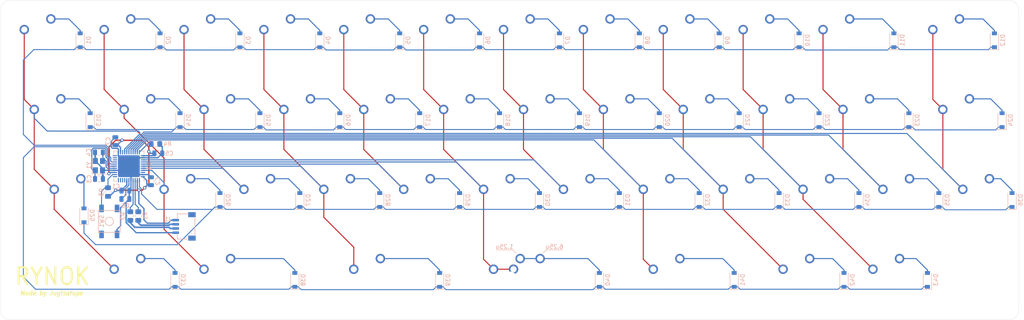
<source format=kicad_pcb>
(kicad_pcb (version 20171130) (host pcbnew 5.1.5+dfsg1-2build2)
  (layers (0 F.Cu signal) (31 B.Cu signal) (34 B.Paste user) (35 F.Paste user) (36 B.SilkS user) (37 F.SilkS user) (38 B.Mask user) (39 F.Mask user) (44 Edge.Cuts user))
  (net 0 "")
  (net 1 GND)
  (net 2 +5V)
  (net 3 "Net-(C3-Pad1)")
  (net 4 "Net-(C4-Pad1)")
  (net 5 "Net-(C6-Pad1)")
  (net 6 "Net-(D1-Pad2)")
  (net 7 ROW0)
  (net 8 "Net-(D2-Pad2)")
  (net 9 ROW1)
  (net 10 "Net-(D3-Pad2)")
  (net 11 ROW2)
  (net 12 "Net-(D4-Pad2)")
  (net 13 "Net-(D5-Pad2)")
  (net 14 "Net-(D6-Pad2)")
  (net 15 "Net-(D7-Pad2)")
  (net 16 ROW3)
  (net 17 "Net-(D8-Pad2)")
  (net 18 "Net-(D9-Pad2)")
  (net 19 "Net-(D10-Pad2)")
  (net 20 "Net-(D11-Pad2)")
  (net 21 "Net-(D12-Pad2)")
  (net 22 "Net-(D13-Pad2)")
  (net 23 "Net-(D14-Pad2)")
  (net 24 "Net-(D15-Pad2)")
  (net 25 "Net-(D16-Pad2)")
  (net 26 "Net-(D17-Pad2)")
  (net 27 "Net-(D18-Pad2)")
  (net 28 "Net-(D19-Pad2)")
  (net 29 "Net-(D20-Pad2)")
  (net 30 "Net-(D21-Pad2)")
  (net 31 "Net-(D22-Pad2)")
  (net 32 "Net-(D23-Pad2)")
  (net 33 "Net-(D24-Pad2)")
  (net 34 "Net-(D25-Pad2)")
  (net 35 "Net-(D26-Pad2)")
  (net 36 "Net-(D27-Pad2)")
  (net 37 "Net-(D28-Pad2)")
  (net 38 "Net-(D29-Pad2)")
  (net 39 "Net-(D30-Pad2)")
  (net 40 "Net-(D31-Pad2)")
  (net 41 "Net-(D32-Pad2)")
  (net 42 "Net-(D33-Pad2)")
  (net 43 "Net-(D34-Pad2)")
  (net 44 "Net-(D35-Pad2)")
  (net 45 "Net-(D36-Pad2)")
  (net 46 "Net-(D37-Pad2)")
  (net 47 "Net-(D38-Pad2)")
  (net 48 "Net-(D39-Pad2)")
  (net 49 "Net-(D40-Pad2)")
  (net 50 "Net-(D41-Pad2)")
  (net 51 "Net-(D42-Pad2)")
  (net 52 "Net-(D43-Pad2)")
  (net 53 COL0)
  (net 54 COL1)
  (net 55 COL2)
  (net 56 COL3)
  (net 57 COL4)
  (net 58 COL5)
  (net 59 COL6)
  (net 60 COL7)
  (net 61 COL8)
  (net 62 COL9)
  (net 63 COL10)
  (net 64 COL11)
  (net 65 "Net-(R1-Pad1)")
  (net 66 "Net-(R2-Pad1)")
  (net 67 "Net-(R3-Pad2)")
  (net 68 "Net-(R4-Pad1)")
  (net 69 "Net-(U1-Pad42)")
  (net 70 "Net-(U1-Pad8)")
  (net 71 "Net-(U1-Pad22)")
  (net 72 "Net-(U1-Pad21)")
  (net 73 "Net-(U1-Pad20)")
  (net 74 "Net-(U1-Pad12)")
  (net 75 "Net-(U1-Pad9)")
  (net 76 "Net-(U1-Pad10)")
  (net 77 "Net-(U1-Pad11)")
  (net 78 "Net-(U1-Pad25)")
  (net 79 DN)
  (net 80 DP)
  (module Package_DFN_QFN:QFN-44-1EP_7x7mm_P0.5mm_EP5.2x5.2mm (layer B.Cu) (at 114.487564 212.276411 90)
    (fp_text reference U1 (at 0 4.82 90) (layer B.SilkS) (effects (justify mirror)))
    (fp_text value ATmega32U4-MU)
    (pad 44 smd roundrect (at -2.5 3.3375 90) (size 0.25 1.075) (layers B.Cu B.Paste B.Mask) (net 2 +5V))
    (pad 43 smd roundrect (at -2 3.3375 90) (size 0.25 1.075) (layers B.Cu B.Paste B.Mask) (net 1 GND))
    (pad 42 smd roundrect (at -1.5 3.3375 90) (size 0.25 1.075) (layers B.Cu B.Paste B.Mask) (net 69 "Net-(U1-Pad42)"))
    (pad 41 smd roundrect (at -1 3.3375 90) (size 0.25 1.075) (layers B.Cu B.Paste B.Mask) (net 54 COL1))
    (pad 40 smd roundrect (at -0.5 3.3375 90) (size 0.25 1.075) (layers B.Cu B.Paste B.Mask) (net 55 COL2))
    (pad 39 smd roundrect (at 0 3.3375 90) (size 0.25 1.075) (layers B.Cu B.Paste B.Mask) (net 56 COL3))
    (pad 38 smd roundrect (at 0.5 3.3375 90) (size 0.25 1.075) (layers B.Cu B.Paste B.Mask) (net 57 COL4))
    (pad 37 smd roundrect (at 1 3.3375 90) (size 0.25 1.075) (layers B.Cu B.Paste B.Mask) (net 58 COL5))
    (pad 36 smd roundrect (at 1.5 3.3375 90) (size 0.25 1.075) (layers B.Cu B.Paste B.Mask) (net 59 COL6))
    (pad 35 smd roundrect (at 2 3.3375 90) (size 0.25 1.075) (layers B.Cu B.Paste B.Mask) (net 1 GND))
    (pad 34 smd roundrect (at 2.5 3.3375 90) (size 0.25 1.075) (layers B.Cu B.Paste B.Mask) (net 2 +5V))
    (pad 33 smd roundrect (at 3.3375 2.5 90) (size 1.075 0.25) (layers B.Cu B.Paste B.Mask) (net 68 "Net-(R4-Pad1)"))
    (pad 32 smd roundrect (at 3.3375 2 90) (size 1.075 0.25) (layers B.Cu B.Paste B.Mask) (net 60 COL7))
    (pad 31 smd roundrect (at 3.3375 1.5 90) (size 1.075 0.25) (layers B.Cu B.Paste B.Mask) (net 61 COL8))
    (pad 30 smd roundrect (at 3.3375 1 90) (size 1.075 0.25) (layers B.Cu B.Paste B.Mask) (net 62 COL9))
    (pad 29 smd roundrect (at 3.3375 0.5 90) (size 1.075 0.25) (layers B.Cu B.Paste B.Mask) (net 63 COL10))
    (pad 28 smd roundrect (at 3.3375 0 90) (size 1.075 0.25) (layers B.Cu B.Paste B.Mask) (net 64 COL11))
    (pad 27 smd roundrect (at 3.3375 -0.5 90) (size 1.075 0.25) (layers B.Cu B.Paste B.Mask) (net 9 ROW1))
    (pad 26 smd roundrect (at 3.3375 -1 90) (size 1.075 0.25) (layers B.Cu B.Paste B.Mask) (net 53 COL0))
    (pad 25 smd roundrect (at 3.3375 -1.5 90) (size 1.075 0.25) (layers B.Cu B.Paste B.Mask) (net 78 "Net-(U1-Pad25)"))
    (pad 24 smd roundrect (at 3.3375 -2 90) (size 1.075 0.25) (layers B.Cu B.Paste B.Mask) (net 2 +5V))
    (pad 23 smd roundrect (at 3.3375 -2.5 90) (size 1.075 0.25) (layers B.Cu B.Paste B.Mask) (net 1 GND))
    (pad 22 smd roundrect (at 2.5 -3.3375 90) (size 0.25 1.075) (layers B.Cu B.Paste B.Mask) (net 71 "Net-(U1-Pad22)"))
    (pad 21 smd roundrect (at 2 -3.3375 90) (size 0.25 1.075) (layers B.Cu B.Paste B.Mask) (net 72 "Net-(U1-Pad21)"))
    (pad 20 smd roundrect (at 1.5 -3.3375 90) (size 0.25 1.075) (layers B.Cu B.Paste B.Mask) (net 73 "Net-(U1-Pad20)"))
    (pad 19 smd roundrect (at 1 -3.3375 90) (size 0.25 1.075) (layers B.Cu B.Paste B.Mask) (net 7 ROW0))
    (pad 18 smd roundrect (at 0.5 -3.3375 90) (size 0.25 1.075) (layers B.Cu B.Paste B.Mask) (net 16 ROW3))
    (pad 17 smd roundrect (at 0 -3.3375 90) (size 0.25 1.075) (layers B.Cu B.Paste B.Mask) (net 3 "Net-(C3-Pad1)"))
    (pad 16 smd roundrect (at -0.5 -3.3375 90) (size 0.25 1.075) (layers B.Cu B.Paste B.Mask) (net 4 "Net-(C4-Pad1)"))
    (pad 15 smd roundrect (at -1 -3.3375 90) (size 0.25 1.075) (layers B.Cu B.Paste B.Mask) (net 1 GND))
    (pad 14 smd roundrect (at -1.5 -3.3375 90) (size 0.25 1.075) (layers B.Cu B.Paste B.Mask) (net 2 +5V))
    (pad 13 smd roundrect (at -2 -3.3375 90) (size 0.25 1.075) (layers B.Cu B.Paste B.Mask) (net 67 "Net-(R3-Pad2)"))
    (pad 12 smd roundrect (at -2.5 -3.3375 90) (size 0.25 1.075) (layers B.Cu B.Paste B.Mask) (net 74 "Net-(U1-Pad12)"))
    (pad 11 smd roundrect (at -3.3375 -2.5 90) (size 1.075 0.25) (layers B.Cu B.Paste B.Mask) (net 77 "Net-(U1-Pad11)"))
    (pad 10 smd roundrect (at -3.3375 -2 90) (size 1.075 0.25) (layers B.Cu B.Paste B.Mask) (net 76 "Net-(U1-Pad10)"))
    (pad 9 smd roundrect (at -3.3375 -1.5 90) (size 1.075 0.25) (layers B.Cu B.Paste B.Mask) (net 75 "Net-(U1-Pad9)"))
    (pad 8 smd roundrect (at -3.3375 -1 90) (size 1.075 0.25) (layers B.Cu B.Paste B.Mask) (net 70 "Net-(U1-Pad8)"))
    (pad 7 smd roundrect (at -3.3375 -0.5 90) (size 1.075 0.25) (layers B.Cu B.Paste B.Mask) (net 2 +5V))
    (pad 6 smd roundrect (at -3.3375 0 90) (size 1.075 0.25) (layers B.Cu B.Paste B.Mask) (net 5 "Net-(C6-Pad1)"))
    (pad 5 smd roundrect (at -3.3375 0.5 90) (size 1.075 0.25) (layers B.Cu B.Paste B.Mask) (net 1 GND))
    (pad 4 smd roundrect (at -3.3375 1 90) (size 1.075 0.25) (layers B.Cu B.Paste B.Mask) (net 66 "Net-(R2-Pad1)"))
    (pad 3 smd roundrect (at -3.3375 1.5 90) (size 1.075 0.25) (layers B.Cu B.Paste B.Mask) (net 65 "Net-(R1-Pad1)"))
    (pad 2 smd roundrect (at -3.3375 2 90) (size 1.075 0.25) (layers B.Cu B.Paste B.Mask) (net 2 +5V))
    (pad 1 smd roundrect (at -3.3375 2.5 90) (size 1.075 0.25) (layers B.Cu B.Paste B.Mask) (net 11 ROW2))
    (pad 45 smd roundrect (at 0 0 90) (size 5.2 5.2) (layers B.Cu B.Mask) (roundrect_rratio 0.048077) (net 1 GND))
  )
  (module MX_Only:MXOnly-1U-NoLED (layer F.Cu) (at 298.1325 220.345)
    (fp_text reference MX35)
    (fp_text value MX-NoLED)
    (pad 2 thru_hole circle (at 2.54 -5.08) (size 2.25 2.25) (drill 1.47) (layers *.Cu B.Mask) (net 44 "Net-(D35-Pad2)"))
    (pad "" np_thru_hole circle (at 0 0) (size 3.9878 3.9878) (drill 3.9878) (layers *.Cu *.Mask))
    (pad 1 thru_hole circle (at -3.81 -2.54) (size 2.25 2.25) (drill 1.47) (layers *.Cu B.Mask) (net 63 COL10))
    (pad "" np_thru_hole circle (at -5.08 0 48.0996) (size 1.75 1.75) (drill 1.75) (layers *.Cu *.Mask))
    (pad "" np_thru_hole circle (at 5.08 0 48.0996) (size 1.75 1.75) (drill 1.75) (layers *.Cu *.Mask))
  )
  (module Crystal:Crystal_SMD_3225-4Pin_3.2x2.5mm (layer B.Cu) (at 107.345064 212.15016 90)
    (fp_text reference Y1 (at 0.03016 -2.425064 90) (layer B.SilkS) (effects (justify mirror)))
    (fp_text value 16MHz)
    (pad 1 smd rect (at -1.1 -0.85 90) (size 1.4 1.2) (layers B.Cu B.Paste B.Mask) (net 3 "Net-(C3-Pad1)"))
    (pad 2 smd rect (at 1.1 -0.85 90) (size 1.4 1.2) (layers B.Cu B.Paste B.Mask) (net 1 GND))
    (pad 3 smd rect (at 1.1 0.85 90) (size 1.4 1.2) (layers B.Cu B.Paste B.Mask) (net 4 "Net-(C4-Pad1)"))
    (pad 4 smd rect (at -1.1 0.85 90) (size 1.4 1.2) (layers B.Cu B.Paste B.Mask) (net 1 GND))
  )
  (module random-keyboard-parts:SKQG-1155865 (layer B.Cu) (at 109.81 225.4525 270)
    (fp_text reference SW1 (at -0.0325 1.79 270) (layer B.SilkS) (effects (justify mirror)))
    (fp_text value SW_Push)
    (pad 4 smd rect (at -3.1 -1.85 270) (size 1.8 1.1) (layers B.Cu B.Paste B.Mask))
    (pad 3 smd rect (at 3.1 1.85 270) (size 1.8 1.1) (layers B.Cu B.Paste B.Mask))
    (pad 2 smd rect (at -3.1 1.85 270) (size 1.8 1.1) (layers B.Cu B.Paste B.Mask) (net 67 "Net-(R3-Pad2)"))
    (pad 1 smd rect (at 3.1 -1.85 270) (size 1.8 1.1) (layers B.Cu B.Paste B.Mask) (net 1 GND))
  )
  (module Resistor_SMD:R_0805_2012Metric_Pad1.15x1.40mm_HandSolder (layer B.Cu) (at 120.82 206.97)
    (fp_text reference R4 (at 2.9 0) (layer B.SilkS) (effects (justify mirror)))
    (fp_text value 10k)
    (pad 1 smd roundrect (at -1.025 0) (size 1.15 1.4) (layers B.Cu B.Paste B.Mask) (roundrect_rratio 0.217391) (net 68 "Net-(R4-Pad1)"))
    (pad 2 smd roundrect (at 1.025 0) (size 1.15 1.4) (layers B.Cu B.Paste B.Mask) (roundrect_rratio 0.217391) (net 1 GND))
  )
  (module Resistor_SMD:R_0805_2012Metric_Pad1.15x1.40mm_HandSolder (layer B.Cu) (at 109.5 218.4475 90)
    (fp_text reference R3 (at -0.0225 -1.58 90) (layer B.SilkS) (effects (justify mirror)))
    (fp_text value 10k)
    (pad 1 smd roundrect (at -1.025 0 90) (size 1.15 1.4) (layers B.Cu B.Paste B.Mask) (roundrect_rratio 0.217391) (net 2 +5V))
    (pad 2 smd roundrect (at 1.025 0 90) (size 1.15 1.4) (layers B.Cu B.Paste B.Mask) (roundrect_rratio 0.217391) (net 67 "Net-(R3-Pad2)"))
  )
  (module Resistor_SMD:R_0805_2012Metric_Pad1.15x1.40mm_HandSolder (layer B.Cu) (at 114.810064 224.170159 270)
    (fp_text reference R2 (at 0 1.65 90) (layer B.SilkS) (effects (justify mirror)))
    (fp_text value 22)
    (pad 1 smd roundrect (at -1.025 0 270) (size 1.15 1.4) (layers B.Cu B.Paste B.Mask) (roundrect_rratio 0.217391) (net 66 "Net-(R2-Pad1)"))
    (pad 2 smd roundrect (at 1.025 0 270) (size 1.15 1.4) (layers B.Cu B.Paste B.Mask) (roundrect_rratio 0.217391) (net 80 DP))
  )
  (module Resistor_SMD:R_0805_2012Metric_Pad1.15x1.40mm_HandSolder (layer B.Cu) (at 116.722564 224.170159 270)
    (fp_text reference R1 (at -0.050159 -1.647436 90) (layer B.SilkS) (effects (justify mirror)))
    (fp_text value 22)
    (pad 1 smd roundrect (at -1.025 0 270) (size 1.15 1.4) (layers B.Cu B.Paste B.Mask) (roundrect_rratio 0.217391) (net 65 "Net-(R1-Pad1)"))
    (pad 2 smd roundrect (at 1.025 0 270) (size 1.15 1.4) (layers B.Cu B.Paste B.Mask) (roundrect_rratio 0.217391) (net 79 DN))
  )
  (module random-keyboard-parts:JST-SR-4 (layer B.Cu) (at 130.425 226.6425 270)
    (fp_text reference J1 (at -1.7225 6.605 180) (layer B.SilkS) (effects (justify mirror)))
    (fp_text value "SM04B-SRSS-TB(LF)(SN)")
    (pad "" smd rect (at 2.8 0.9 270) (size 1.2 1.8) (layers B.Cu B.Paste B.Mask))
    (pad "" smd rect (at -2.8 0.9 270) (size 1.2 1.8) (layers B.Cu B.Paste B.Mask))
    (pad 1 smd rect (at -1.5 4.775 270) (size 0.6 1.55) (layers B.Cu B.Paste B.Mask) (net 2 +5V))
    (pad 2 smd rect (at -0.5 4.775 270) (size 0.6 1.55) (layers B.Cu B.Paste B.Mask) (net 79 DN))
    (pad 4 smd rect (at 1.5 4.775 270) (size 0.6 1.55) (layers B.Cu B.Paste B.Mask) (net 1 GND))
    (pad 3 smd rect (at 0.5 4.775 270) (size 0.6 1.55) (layers B.Cu B.Paste B.Mask) (net 80 DP))
  )
  (module Capacitor_SMD:C_0805_2012Metric (layer B.Cu) (at 111.25 206.325 90)
    (fp_text reference C7 (at 0.005 -1.73 90) (layer B.SilkS) (effects (justify mirror)))
    (fp_text value 10uF)
    (pad 1 smd roundrect (at -0.9375 0 90) (size 0.975 1.4) (layers B.Cu B.Paste B.Mask) (net 2 +5V))
    (pad 2 smd roundrect (at 0.9375 0 90) (size 0.975 1.4) (layers B.Cu B.Paste B.Mask) (net 1 GND))
  )
  (module Capacitor_SMD:C_0805_2012Metric (layer B.Cu) (at 113.652564 220.10391)
    (fp_text reference C6 (at 0 1.61609) (layer B.SilkS) (effects (justify mirror)))
    (fp_text value 1uF)
    (pad 1 smd roundrect (at -0.9375 0) (size 0.975 1.4) (layers B.Cu B.Paste B.Mask) (net 5 "Net-(C6-Pad1)"))
    (pad 2 smd roundrect (at 0.9375 0) (size 0.975 1.4) (layers B.Cu B.Paste B.Mask) (net 1 GND))
  )
  (module Capacitor_SMD:C_0805_2012Metric (layer B.Cu) (at 121.5075 209.22)
    (fp_text reference C5 (at 2.6125 0) (layer B.SilkS) (effects (justify mirror)))
    (fp_text value 0.1uF)
    (pad 1 smd roundrect (at -0.9375 0) (size 0.975 1.4) (layers B.Cu B.Paste B.Mask) (net 2 +5V))
    (pad 2 smd roundrect (at 0.9375 0) (size 0.975 1.4) (layers B.Cu B.Paste B.Mask) (net 1 GND))
  )
  (module Capacitor_SMD:C_0805_2012Metric (layer B.Cu) (at 107.345064 208.97516 180)
    (fp_text reference C4 (at 2.425064 0.00516 90) (layer B.SilkS) (effects (justify mirror)))
    (fp_text value 22pF)
    (pad 1 smd roundrect (at -0.9375 0 180) (size 0.975 1.4) (layers B.Cu B.Paste B.Mask) (net 4 "Net-(C4-Pad1)"))
    (pad 2 smd roundrect (at 0.9375 0 180) (size 0.975 1.4) (layers B.Cu B.Paste B.Mask) (net 1 GND))
  )
  (module Capacitor_SMD:C_0805_2012Metric (layer B.Cu) (at 107.345064 215.32516)
    (fp_text reference C3 (at -2.325064 -0.00516 90) (layer B.SilkS) (effects (justify mirror)))
    (fp_text value 22pF)
    (pad 1 smd roundrect (at -0.9375 0) (size 0.975 1.4) (layers B.Cu B.Paste B.Mask) (net 3 "Net-(C3-Pad1)"))
    (pad 2 smd roundrect (at 0.9375 0) (size 0.975 1.4) (layers B.Cu B.Paste B.Mask) (net 1 GND))
  )
  (module Capacitor_SMD:C_0805_2012Metric (layer B.Cu) (at 119.75 215.86 90)
    (fp_text reference C2 (at 0 1.65 90) (layer B.SilkS) (effects (justify mirror)))
    (fp_text value 0.1uF)
    (pad 1 smd roundrect (at -0.9375 0 90) (size 0.975 1.4) (layers B.Cu B.Paste B.Mask) (net 2 +5V))
    (pad 2 smd roundrect (at 0.9375 0 90) (size 0.975 1.4) (layers B.Cu B.Paste B.Mask) (net 1 GND))
  )
  (module Capacitor_SMD:C_0805_2012Metric (layer B.Cu) (at 113.657564 218.10391)
    (fp_text reference C1 (at -2.287564 -1.03391 180) (layer B.SilkS) (effects (justify mirror)))
    (fp_text value 0.1uF)
    (pad 2 smd roundrect (at 0.9375 0) (size 0.975 1.4) (layers B.Cu B.Paste B.Mask) (net 1 GND))
    (pad 1 smd roundrect (at -0.9375 0) (size 0.975 1.4) (layers B.Cu B.Paste B.Mask) (net 2 +5V))
  )
  (module MX_Only:MXOnly-1U-NoLED (layer F.Cu) (at 117.1575 201.295)
    (fp_text reference MX14)
    (fp_text value MX-NoLED)
    (pad 2 thru_hole circle (at 2.54 -5.08) (size 2.25 2.25) (drill 1.47) (layers *.Cu B.Mask) (net 23 "Net-(D14-Pad2)"))
    (pad "" np_thru_hole circle (at 0 0) (size 3.9878 3.9878) (drill 3.9878) (layers *.Cu *.Mask))
    (pad 1 thru_hole circle (at -3.81 -2.54) (size 2.25 2.25) (drill 1.47) (layers *.Cu B.Mask) (net 54 COL1))
    (pad "" np_thru_hole circle (at -5.08 0 48.0996) (size 1.75 1.75) (drill 1.75) (layers *.Cu *.Mask))
    (pad "" np_thru_hole circle (at 5.08 0 48.0996) (size 1.75 1.75) (drill 1.75) (layers *.Cu *.Mask))
  )
  (module MX_Only:MXOnly-1U-NoLED (layer F.Cu) (at 93.345 182.245)
    (fp_text reference MX1)
    (fp_text value MX-NoLED)
    (pad 2 thru_hole circle (at 2.54 -5.08) (size 2.25 2.25) (drill 1.47) (layers *.Cu B.Mask) (net 6 "Net-(D1-Pad2)"))
    (pad "" np_thru_hole circle (at 0 0) (size 3.9878 3.9878) (drill 3.9878) (layers *.Cu *.Mask))
    (pad 1 thru_hole circle (at -3.81 -2.54) (size 2.25 2.25) (drill 1.47) (layers *.Cu B.Mask) (net 53 COL0))
    (pad "" np_thru_hole circle (at -5.08 0 48.0996) (size 1.75 1.75) (drill 1.75) (layers *.Cu *.Mask))
    (pad "" np_thru_hole circle (at 5.08 0 48.0996) (size 1.75 1.75) (drill 1.75) (layers *.Cu *.Mask))
  )
  (module MX_Only:MXOnly-1U-NoLED (layer F.Cu) (at 126.6825 220.345)
    (fp_text reference MX26)
    (fp_text value MX-NoLED)
    (pad 2 thru_hole circle (at 2.54 -5.08) (size 2.25 2.25) (drill 1.47) (layers *.Cu B.Mask) (net 35 "Net-(D26-Pad2)"))
    (pad "" np_thru_hole circle (at 0 0) (size 3.9878 3.9878) (drill 3.9878) (layers *.Cu *.Mask))
    (pad 1 thru_hole circle (at -3.81 -2.54) (size 2.25 2.25) (drill 1.47) (layers *.Cu B.Mask) (net 54 COL1))
    (pad "" np_thru_hole circle (at -5.08 0 48.0996) (size 1.75 1.75) (drill 1.75) (layers *.Cu *.Mask))
    (pad "" np_thru_hole circle (at 5.08 0 48.0996) (size 1.75 1.75) (drill 1.75) (layers *.Cu *.Mask))
  )
  (module MX_Only:MXOnly-1U-NoLED (layer F.Cu) (at 145.7325 220.345)
    (fp_text reference MX27)
    (fp_text value MX-NoLED)
    (pad 2 thru_hole circle (at 2.54 -5.08) (size 2.25 2.25) (drill 1.47) (layers *.Cu B.Mask) (net 36 "Net-(D27-Pad2)"))
    (pad "" np_thru_hole circle (at 0 0) (size 3.9878 3.9878) (drill 3.9878) (layers *.Cu *.Mask))
    (pad 1 thru_hole circle (at -3.81 -2.54) (size 2.25 2.25) (drill 1.47) (layers *.Cu B.Mask) (net 55 COL2))
    (pad "" np_thru_hole circle (at -5.08 0 48.0996) (size 1.75 1.75) (drill 1.75) (layers *.Cu *.Mask))
    (pad "" np_thru_hole circle (at 5.08 0 48.0996) (size 1.75 1.75) (drill 1.75) (layers *.Cu *.Mask))
  )
  (module Diode_SMD:D_SOD-123 (layer B.Cu) (at 136.2075 220.345 90)
    (fp_text reference D26 (at 0 2 90) (layer B.SilkS) (effects (justify mirror)))
    (fp_text value SOD-123)
    (pad 2 smd rect (at 1.65 0 90) (size 0.9 1.2) (layers B.Cu B.Paste B.Mask) (net 35 "Net-(D26-Pad2)"))
    (pad 1 smd rect (at -1.65 0 90) (size 0.9 1.2) (layers B.Cu B.Paste B.Mask) (net 11 ROW2))
  )
  (module MX_Only:MXOnly-1U-NoLED (layer F.Cu) (at 164.7825 220.345)
    (fp_text reference MX28)
    (fp_text value MX-NoLED)
    (pad 2 thru_hole circle (at 2.54 -5.08) (size 2.25 2.25) (drill 1.47) (layers *.Cu B.Mask) (net 37 "Net-(D28-Pad2)"))
    (pad "" np_thru_hole circle (at 0 0) (size 3.9878 3.9878) (drill 3.9878) (layers *.Cu *.Mask))
    (pad 1 thru_hole circle (at -3.81 -2.54) (size 2.25 2.25) (drill 1.47) (layers *.Cu B.Mask) (net 56 COL3))
    (pad "" np_thru_hole circle (at -5.08 0 48.0996) (size 1.75 1.75) (drill 1.75) (layers *.Cu *.Mask))
    (pad "" np_thru_hole circle (at 5.08 0 48.0996) (size 1.75 1.75) (drill 1.75) (layers *.Cu *.Mask))
  )
  (module MX_Only:MXOnly-1U-NoLED (layer F.Cu) (at 221.9325 220.345)
    (fp_text reference MX31)
    (fp_text value MX-NoLED)
    (pad 2 thru_hole circle (at 2.54 -5.08) (size 2.25 2.25) (drill 1.47) (layers *.Cu B.Mask) (net 40 "Net-(D31-Pad2)"))
    (pad "" np_thru_hole circle (at 0 0) (size 3.9878 3.9878) (drill 3.9878) (layers *.Cu *.Mask))
    (pad 1 thru_hole circle (at -3.81 -2.54) (size 2.25 2.25) (drill 1.47) (layers *.Cu B.Mask) (net 59 COL6))
    (pad "" np_thru_hole circle (at -5.08 0 48.0996) (size 1.75 1.75) (drill 1.75) (layers *.Cu *.Mask))
    (pad "" np_thru_hole circle (at 5.08 0 48.0996) (size 1.75 1.75) (drill 1.75) (layers *.Cu *.Mask))
  )
  (module MX_Only:MXOnly-1U-NoLED (layer F.Cu) (at 260.0325 220.345)
    (fp_text reference MX33)
    (fp_text value MX-NoLED)
    (pad 2 thru_hole circle (at 2.54 -5.08) (size 2.25 2.25) (drill 1.47) (layers *.Cu B.Mask) (net 42 "Net-(D33-Pad2)"))
    (pad "" np_thru_hole circle (at 0 0) (size 3.9878 3.9878) (drill 3.9878) (layers *.Cu *.Mask))
    (pad 1 thru_hole circle (at -3.81 -2.54) (size 2.25 2.25) (drill 1.47) (layers *.Cu B.Mask) (net 61 COL8))
    (pad "" np_thru_hole circle (at -5.08 0 48.0996) (size 1.75 1.75) (drill 1.75) (layers *.Cu *.Mask))
    (pad "" np_thru_hole circle (at 5.08 0 48.0996) (size 1.75 1.75) (drill 1.75) (layers *.Cu *.Mask))
  )
  (module MX_Only:MXOnly-1U-NoLED (layer F.Cu) (at 250.5075 201.295)
    (fp_text reference MX21)
    (fp_text value MX-NoLED)
    (pad 2 thru_hole circle (at 2.54 -5.08) (size 2.25 2.25) (drill 1.47) (layers *.Cu B.Mask) (net 30 "Net-(D21-Pad2)"))
    (pad "" np_thru_hole circle (at 0 0) (size 3.9878 3.9878) (drill 3.9878) (layers *.Cu *.Mask))
    (pad 1 thru_hole circle (at -3.81 -2.54) (size 2.25 2.25) (drill 1.47) (layers *.Cu B.Mask) (net 61 COL8))
    (pad "" np_thru_hole circle (at -5.08 0 48.0996) (size 1.75 1.75) (drill 1.75) (layers *.Cu *.Mask))
    (pad "" np_thru_hole circle (at 5.08 0 48.0996) (size 1.75 1.75) (drill 1.75) (layers *.Cu *.Mask))
  )
  (module MX_Only:MXOnly-6.25U-ReversedStabilizers-NoLED (layer F.Cu) (at 205.26375 239.395)
    (fp_text reference MX40)
    (fp_text value MX-NoLED)
    (pad 2 thru_hole circle (at 2.54 -5.08) (size 2.25 2.25) (drill 1.47) (layers *.Cu B.Mask) (net 49 "Net-(D40-Pad2)"))
    (pad "" np_thru_hole circle (at 0 0) (size 3.9878 3.9878) (drill 3.9878) (layers *.Cu *.Mask))
    (pad 1 thru_hole circle (at -3.81 -2.54) (size 2.25 2.25) (drill 1.47) (layers *.Cu B.Mask) (net 58 COL5))
    (pad "" np_thru_hole circle (at -5.08 0 48.0996) (size 1.75 1.75) (drill 1.75) (layers *.Cu *.Mask))
    (pad "" np_thru_hole circle (at 5.08 0 48.0996) (size 1.75 1.75) (drill 1.75) (layers *.Cu *.Mask))
    (pad "" np_thru_hole circle (at -49.9999 6.985) (size 3.048 3.048) (drill 3.048) (layers *.Cu *.Mask))
    (pad "" np_thru_hole circle (at 49.9999 6.985) (size 3.048 3.048) (drill 3.048) (layers *.Cu *.Mask))
    (pad "" np_thru_hole circle (at -49.9999 -8.255) (size 3.9878 3.9878) (drill 3.9878) (layers *.Cu *.Mask))
    (pad "" np_thru_hole circle (at 49.9999 -8.255) (size 3.9878 3.9878) (drill 3.9878) (layers *.Cu *.Mask))
  )
  (module MX_Only:MXOnly-1.25U-NoLED (layer F.Cu) (at 114.77625 239.395)
    (fp_text reference MX37)
    (fp_text value MX-NoLED)
    (pad 2 thru_hole circle (at 2.54 -5.08) (size 2.25 2.25) (drill 1.47) (layers *.Cu B.Mask) (net 46 "Net-(D37-Pad2)"))
    (pad "" np_thru_hole circle (at 0 0) (size 3.9878 3.9878) (drill 3.9878) (layers *.Cu *.Mask))
    (pad 1 thru_hole circle (at -3.81 -2.54) (size 2.25 2.25) (drill 1.47) (layers *.Cu B.Mask) (net 53 COL0))
    (pad "" np_thru_hole circle (at -5.08 0 48.0996) (size 1.75 1.75) (drill 1.75) (layers *.Cu *.Mask))
    (pad "" np_thru_hole circle (at 5.08 0 48.0996) (size 1.75 1.75) (drill 1.75) (layers *.Cu *.Mask))
  )
  (module Diode_SMD:D_SOD-123 (layer B.Cu) (at 105.25125 201.295 90)
    (fp_text reference D13 (at 0 2 90) (layer B.SilkS) (effects (justify mirror)))
    (fp_text value SOD-123)
    (pad 1 smd rect (at -1.65 0 90) (size 0.9 1.2) (layers B.Cu B.Paste B.Mask) (net 9 ROW1))
    (pad 2 smd rect (at 1.65 0 90) (size 0.9 1.2) (layers B.Cu B.Paste B.Mask) (net 22 "Net-(D13-Pad2)"))
  )
  (module MX_Only:MXOnly-1.25U-NoLED (layer F.Cu) (at 210.02625 239.395)
    (fp_text reference MX44)
    (fp_text value MX-NoLED)
    (pad 2 thru_hole circle (at 2.54 -5.08) (size 2.25 2.25) (drill 1.47) (layers *.Cu B.Mask) (net 49 "Net-(D40-Pad2)"))
    (pad "" np_thru_hole circle (at 0 0) (size 3.9878 3.9878) (drill 3.9878) (layers *.Cu *.Mask))
    (pad 1 thru_hole circle (at -3.81 -2.54) (size 2.25 2.25) (drill 1.47) (layers *.Cu B.Mask) (net 58 COL5))
    (pad "" np_thru_hole circle (at -5.08 0 48.0996) (size 1.75 1.75) (drill 1.75) (layers *.Cu *.Mask))
    (pad "" np_thru_hole circle (at 5.08 0 48.0996) (size 1.75 1.75) (drill 1.75) (layers *.Cu *.Mask))
  )
  (module MX_Only:MXOnly-1.25U-NoLED (layer F.Cu) (at 295.75125 239.395)
    (fp_text reference MX43)
    (fp_text value MX-NoLED)
    (pad 2 thru_hole circle (at 2.54 -5.08) (size 2.25 2.25) (drill 1.47) (layers *.Cu B.Mask) (net 52 "Net-(D43-Pad2)"))
    (pad "" np_thru_hole circle (at 0 0) (size 3.9878 3.9878) (drill 3.9878) (layers *.Cu *.Mask))
    (pad 1 thru_hole circle (at -3.81 -2.54) (size 2.25 2.25) (drill 1.47) (layers *.Cu B.Mask) (net 62 COL9))
    (pad "" np_thru_hole circle (at -5.08 0 48.0996) (size 1.75 1.75) (drill 1.75) (layers *.Cu *.Mask))
    (pad "" np_thru_hole circle (at 5.08 0 48.0996) (size 1.75 1.75) (drill 1.75) (layers *.Cu *.Mask))
  )
  (module MX_Only:MXOnly-1U-NoLED (layer F.Cu) (at 274.32 239.395)
    (fp_text reference MX42)
    (fp_text value MX-NoLED)
    (pad 2 thru_hole circle (at 2.54 -5.08) (size 2.25 2.25) (drill 1.47) (layers *.Cu B.Mask) (net 51 "Net-(D42-Pad2)"))
    (pad "" np_thru_hole circle (at 0 0) (size 3.9878 3.9878) (drill 3.9878) (layers *.Cu *.Mask))
    (pad 1 thru_hole circle (at -3.81 -2.54) (size 2.25 2.25) (drill 1.47) (layers *.Cu B.Mask) (net 61 COL8))
    (pad "" np_thru_hole circle (at -5.08 0 48.0996) (size 1.75 1.75) (drill 1.75) (layers *.Cu *.Mask))
    (pad "" np_thru_hole circle (at 5.08 0 48.0996) (size 1.75 1.75) (drill 1.75) (layers *.Cu *.Mask))
  )
  (module MX_Only:MXOnly-2.25U-ReversedStabilizers-NoLED (layer F.Cu) (at 243.36375 239.395)
    (fp_text reference MX41)
    (fp_text value MX-NoLED)
    (pad 2 thru_hole circle (at 2.54 -5.08) (size 2.25 2.25) (drill 1.47) (layers *.Cu B.Mask) (net 50 "Net-(D41-Pad2)"))
    (pad "" np_thru_hole circle (at 0 0) (size 3.9878 3.9878) (drill 3.9878) (layers *.Cu *.Mask))
    (pad 1 thru_hole circle (at -3.81 -2.54) (size 2.25 2.25) (drill 1.47) (layers *.Cu B.Mask) (net 60 COL7))
    (pad "" np_thru_hole circle (at -5.08 0 48.0996) (size 1.75 1.75) (drill 1.75) (layers *.Cu *.Mask))
    (pad "" np_thru_hole circle (at 5.08 0 48.0996) (size 1.75 1.75) (drill 1.75) (layers *.Cu *.Mask))
    (pad "" np_thru_hole circle (at -11.90625 6.985) (size 3.048 3.048) (drill 3.048) (layers *.Cu *.Mask))
    (pad "" np_thru_hole circle (at 11.90625 6.985) (size 3.048 3.048) (drill 3.048) (layers *.Cu *.Mask))
    (pad "" np_thru_hole circle (at -11.90625 -8.255) (size 3.9878 3.9878) (drill 3.9878) (layers *.Cu *.Mask))
    (pad "" np_thru_hole circle (at 11.90625 -8.255) (size 3.9878 3.9878) (drill 3.9878) (layers *.Cu *.Mask))
  )
  (module MX_Only:MXOnly-2.75U-ReversedStabilizers-NoLED (layer F.Cu) (at 171.92625 239.395)
    (fp_text reference MX39)
    (fp_text value MX-NoLED)
    (pad 2 thru_hole circle (at 2.54 -5.08) (size 2.25 2.25) (drill 1.47) (layers *.Cu B.Mask) (net 48 "Net-(D39-Pad2)"))
    (pad "" np_thru_hole circle (at 0 0) (size 3.9878 3.9878) (drill 3.9878) (layers *.Cu *.Mask))
    (pad 1 thru_hole circle (at -3.81 -2.54) (size 2.25 2.25) (drill 1.47) (layers *.Cu B.Mask) (net 56 COL3))
    (pad "" np_thru_hole circle (at -5.08 0 48.0996) (size 1.75 1.75) (drill 1.75) (layers *.Cu *.Mask))
    (pad "" np_thru_hole circle (at 5.08 0 48.0996) (size 1.75 1.75) (drill 1.75) (layers *.Cu *.Mask))
    (pad "" np_thru_hole circle (at -11.90625 6.985) (size 3.048 3.048) (drill 3.048) (layers *.Cu *.Mask))
    (pad "" np_thru_hole circle (at 11.90625 6.985) (size 3.048 3.048) (drill 3.048) (layers *.Cu *.Mask))
    (pad "" np_thru_hole circle (at -11.90625 -8.255) (size 3.9878 3.9878) (drill 3.9878) (layers *.Cu *.Mask))
    (pad "" np_thru_hole circle (at 11.90625 -8.255) (size 3.9878 3.9878) (drill 3.9878) (layers *.Cu *.Mask))
  )
  (module MX_Only:MXOnly-1U-NoLED (layer F.Cu) (at 136.2075 239.395)
    (fp_text reference MX38)
    (fp_text value MX-NoLED)
    (pad 2 thru_hole circle (at 2.54 -5.08) (size 2.25 2.25) (drill 1.47) (layers *.Cu B.Mask) (net 47 "Net-(D38-Pad2)"))
    (pad "" np_thru_hole circle (at 0 0) (size 3.9878 3.9878) (drill 3.9878) (layers *.Cu *.Mask))
    (pad 1 thru_hole circle (at -3.81 -2.54) (size 2.25 2.25) (drill 1.47) (layers *.Cu B.Mask) (net 54 COL1))
    (pad "" np_thru_hole circle (at -5.08 0 48.0996) (size 1.75 1.75) (drill 1.75) (layers *.Cu *.Mask))
    (pad "" np_thru_hole circle (at 5.08 0 48.0996) (size 1.75 1.75) (drill 1.75) (layers *.Cu *.Mask))
  )
  (module MX_Only:MXOnly-1U-NoLED (layer F.Cu) (at 317.1825 220.345)
    (fp_text reference MX36)
    (fp_text value MX-NoLED)
    (pad 2 thru_hole circle (at 2.54 -5.08) (size 2.25 2.25) (drill 1.47) (layers *.Cu B.Mask) (net 45 "Net-(D36-Pad2)"))
    (pad "" np_thru_hole circle (at 0 0) (size 3.9878 3.9878) (drill 3.9878) (layers *.Cu *.Mask))
    (pad 1 thru_hole circle (at -3.81 -2.54) (size 2.25 2.25) (drill 1.47) (layers *.Cu B.Mask) (net 64 COL11))
    (pad "" np_thru_hole circle (at -5.08 0 48.0996) (size 1.75 1.75) (drill 1.75) (layers *.Cu *.Mask))
    (pad "" np_thru_hole circle (at 5.08 0 48.0996) (size 1.75 1.75) (drill 1.75) (layers *.Cu *.Mask))
  )
  (module MX_Only:MXOnly-1U-NoLED (layer F.Cu) (at 279.0825 220.345)
    (fp_text reference MX34)
    (fp_text value MX-NoLED)
    (pad 2 thru_hole circle (at 2.54 -5.08) (size 2.25 2.25) (drill 1.47) (layers *.Cu B.Mask) (net 43 "Net-(D34-Pad2)"))
    (pad "" np_thru_hole circle (at 0 0) (size 3.9878 3.9878) (drill 3.9878) (layers *.Cu *.Mask))
    (pad 1 thru_hole circle (at -3.81 -2.54) (size 2.25 2.25) (drill 1.47) (layers *.Cu B.Mask) (net 62 COL9))
    (pad "" np_thru_hole circle (at -5.08 0 48.0996) (size 1.75 1.75) (drill 1.75) (layers *.Cu *.Mask))
    (pad "" np_thru_hole circle (at 5.08 0 48.0996) (size 1.75 1.75) (drill 1.75) (layers *.Cu *.Mask))
  )
  (module MX_Only:MXOnly-1U-NoLED (layer F.Cu) (at 240.9825 220.345)
    (fp_text reference MX32)
    (fp_text value MX-NoLED)
    (pad 2 thru_hole circle (at 2.54 -5.08) (size 2.25 2.25) (drill 1.47) (layers *.Cu B.Mask) (net 41 "Net-(D32-Pad2)"))
    (pad "" np_thru_hole circle (at 0 0) (size 3.9878 3.9878) (drill 3.9878) (layers *.Cu *.Mask))
    (pad 1 thru_hole circle (at -3.81 -2.54) (size 2.25 2.25) (drill 1.47) (layers *.Cu B.Mask) (net 60 COL7))
    (pad "" np_thru_hole circle (at -5.08 0 48.0996) (size 1.75 1.75) (drill 1.75) (layers *.Cu *.Mask))
    (pad "" np_thru_hole circle (at 5.08 0 48.0996) (size 1.75 1.75) (drill 1.75) (layers *.Cu *.Mask))
  )
  (module MX_Only:MXOnly-1U-NoLED (layer F.Cu) (at 202.8825 220.345)
    (fp_text reference MX30)
    (fp_text value MX-NoLED)
    (pad 2 thru_hole circle (at 2.54 -5.08) (size 2.25 2.25) (drill 1.47) (layers *.Cu B.Mask) (net 39 "Net-(D30-Pad2)"))
    (pad "" np_thru_hole circle (at 0 0) (size 3.9878 3.9878) (drill 3.9878) (layers *.Cu *.Mask))
    (pad 1 thru_hole circle (at -3.81 -2.54) (size 2.25 2.25) (drill 1.47) (layers *.Cu B.Mask) (net 58 COL5))
    (pad "" np_thru_hole circle (at -5.08 0 48.0996) (size 1.75 1.75) (drill 1.75) (layers *.Cu *.Mask))
    (pad "" np_thru_hole circle (at 5.08 0 48.0996) (size 1.75 1.75) (drill 1.75) (layers *.Cu *.Mask))
  )
  (module MX_Only:MXOnly-1U-NoLED (layer F.Cu) (at 183.8325 220.345)
    (fp_text reference MX29)
    (fp_text value MX-NoLED)
    (pad 2 thru_hole circle (at 2.54 -5.08) (size 2.25 2.25) (drill 1.47) (layers *.Cu B.Mask) (net 38 "Net-(D29-Pad2)"))
    (pad "" np_thru_hole circle (at 0 0) (size 3.9878 3.9878) (drill 3.9878) (layers *.Cu *.Mask))
    (pad 1 thru_hole circle (at -3.81 -2.54) (size 2.25 2.25) (drill 1.47) (layers *.Cu B.Mask) (net 57 COL4))
    (pad "" np_thru_hole circle (at -5.08 0 48.0996) (size 1.75 1.75) (drill 1.75) (layers *.Cu *.Mask))
    (pad "" np_thru_hole circle (at 5.08 0 48.0996) (size 1.75 1.75) (drill 1.75) (layers *.Cu *.Mask))
  )
  (module MX_Only:MXOnly-1.75U-NoLED (layer F.Cu) (at 100.48875 220.345)
    (fp_text reference MX25)
    (fp_text value MX-NoLED)
    (pad 2 thru_hole circle (at 2.54 -5.08) (size 2.25 2.25) (drill 1.47) (layers *.Cu B.Mask) (net 34 "Net-(D25-Pad2)"))
    (pad "" np_thru_hole circle (at 0 0) (size 3.9878 3.9878) (drill 3.9878) (layers *.Cu *.Mask))
    (pad 1 thru_hole circle (at -3.81 -2.54) (size 2.25 2.25) (drill 1.47) (layers *.Cu B.Mask) (net 53 COL0))
    (pad "" np_thru_hole circle (at -5.08 0 48.0996) (size 1.75 1.75) (drill 1.75) (layers *.Cu *.Mask))
    (pad "" np_thru_hole circle (at 5.08 0 48.0996) (size 1.75 1.75) (drill 1.75) (layers *.Cu *.Mask))
  )
  (module MX_Only:MXOnly-1.5U-NoLED (layer F.Cu) (at 312.42 201.295)
    (fp_text reference MX24)
    (fp_text value MX-NoLED)
    (pad 2 thru_hole circle (at 2.54 -5.08) (size 2.25 2.25) (drill 1.47) (layers *.Cu B.Mask) (net 33 "Net-(D24-Pad2)"))
    (pad "" np_thru_hole circle (at 0 0) (size 3.9878 3.9878) (drill 3.9878) (layers *.Cu *.Mask))
    (pad 1 thru_hole circle (at -3.81 -2.54) (size 2.25 2.25) (drill 1.47) (layers *.Cu B.Mask) (net 64 COL11))
    (pad "" np_thru_hole circle (at -5.08 0 48.0996) (size 1.75 1.75) (drill 1.75) (layers *.Cu *.Mask))
    (pad "" np_thru_hole circle (at 5.08 0 48.0996) (size 1.75 1.75) (drill 1.75) (layers *.Cu *.Mask))
  )
  (module MX_Only:MXOnly-1U-NoLED (layer F.Cu) (at 288.6075 201.295)
    (fp_text reference MX23)
    (fp_text value MX-NoLED)
    (pad 2 thru_hole circle (at 2.54 -5.08) (size 2.25 2.25) (drill 1.47) (layers *.Cu B.Mask) (net 32 "Net-(D23-Pad2)"))
    (pad "" np_thru_hole circle (at 0 0) (size 3.9878 3.9878) (drill 3.9878) (layers *.Cu *.Mask))
    (pad 1 thru_hole circle (at -3.81 -2.54) (size 2.25 2.25) (drill 1.47) (layers *.Cu B.Mask) (net 63 COL10))
    (pad "" np_thru_hole circle (at -5.08 0 48.0996) (size 1.75 1.75) (drill 1.75) (layers *.Cu *.Mask))
    (pad "" np_thru_hole circle (at 5.08 0 48.0996) (size 1.75 1.75) (drill 1.75) (layers *.Cu *.Mask))
  )
  (module MX_Only:MXOnly-1U-NoLED (layer F.Cu) (at 269.5575 201.295)
    (fp_text reference MX22)
    (fp_text value MX-NoLED)
    (pad 2 thru_hole circle (at 2.54 -5.08) (size 2.25 2.25) (drill 1.47) (layers *.Cu B.Mask) (net 31 "Net-(D22-Pad2)"))
    (pad "" np_thru_hole circle (at 0 0) (size 3.9878 3.9878) (drill 3.9878) (layers *.Cu *.Mask))
    (pad 1 thru_hole circle (at -3.81 -2.54) (size 2.25 2.25) (drill 1.47) (layers *.Cu B.Mask) (net 62 COL9))
    (pad "" np_thru_hole circle (at -5.08 0 48.0996) (size 1.75 1.75) (drill 1.75) (layers *.Cu *.Mask))
    (pad "" np_thru_hole circle (at 5.08 0 48.0996) (size 1.75 1.75) (drill 1.75) (layers *.Cu *.Mask))
  )
  (module MX_Only:MXOnly-1U-NoLED (layer F.Cu) (at 231.4575 201.295)
    (fp_text reference MX20)
    (fp_text value MX-NoLED)
    (pad 2 thru_hole circle (at 2.54 -5.08) (size 2.25 2.25) (drill 1.47) (layers *.Cu B.Mask) (net 29 "Net-(D20-Pad2)"))
    (pad "" np_thru_hole circle (at 0 0) (size 3.9878 3.9878) (drill 3.9878) (layers *.Cu *.Mask))
    (pad 1 thru_hole circle (at -3.81 -2.54) (size 2.25 2.25) (drill 1.47) (layers *.Cu B.Mask) (net 60 COL7))
    (pad "" np_thru_hole circle (at -5.08 0 48.0996) (size 1.75 1.75) (drill 1.75) (layers *.Cu *.Mask))
    (pad "" np_thru_hole circle (at 5.08 0 48.0996) (size 1.75 1.75) (drill 1.75) (layers *.Cu *.Mask))
  )
  (module MX_Only:MXOnly-1U-NoLED (layer F.Cu) (at 212.4075 201.295)
    (fp_text reference MX19)
    (fp_text value MX-NoLED)
    (pad 2 thru_hole circle (at 2.54 -5.08) (size 2.25 2.25) (drill 1.47) (layers *.Cu B.Mask) (net 28 "Net-(D19-Pad2)"))
    (pad "" np_thru_hole circle (at 0 0) (size 3.9878 3.9878) (drill 3.9878) (layers *.Cu *.Mask))
    (pad 1 thru_hole circle (at -3.81 -2.54) (size 2.25 2.25) (drill 1.47) (layers *.Cu B.Mask) (net 59 COL6))
    (pad "" np_thru_hole circle (at -5.08 0 48.0996) (size 1.75 1.75) (drill 1.75) (layers *.Cu *.Mask))
    (pad "" np_thru_hole circle (at 5.08 0 48.0996) (size 1.75 1.75) (drill 1.75) (layers *.Cu *.Mask))
  )
  (module MX_Only:MXOnly-1U-NoLED (layer F.Cu) (at 193.3575 201.295)
    (fp_text reference MX18)
    (fp_text value MX-NoLED)
    (pad 2 thru_hole circle (at 2.54 -5.08) (size 2.25 2.25) (drill 1.47) (layers *.Cu B.Mask) (net 27 "Net-(D18-Pad2)"))
    (pad "" np_thru_hole circle (at 0 0) (size 3.9878 3.9878) (drill 3.9878) (layers *.Cu *.Mask))
    (pad 1 thru_hole circle (at -3.81 -2.54) (size 2.25 2.25) (drill 1.47) (layers *.Cu B.Mask) (net 58 COL5))
    (pad "" np_thru_hole circle (at -5.08 0 48.0996) (size 1.75 1.75) (drill 1.75) (layers *.Cu *.Mask))
    (pad "" np_thru_hole circle (at 5.08 0 48.0996) (size 1.75 1.75) (drill 1.75) (layers *.Cu *.Mask))
  )
  (module MX_Only:MXOnly-1U-NoLED (layer F.Cu) (at 174.3075 201.295)
    (fp_text reference MX17)
    (fp_text value MX-NoLED)
    (pad 2 thru_hole circle (at 2.54 -5.08) (size 2.25 2.25) (drill 1.47) (layers *.Cu B.Mask) (net 26 "Net-(D17-Pad2)"))
    (pad "" np_thru_hole circle (at 0 0) (size 3.9878 3.9878) (drill 3.9878) (layers *.Cu *.Mask))
    (pad 1 thru_hole circle (at -3.81 -2.54) (size 2.25 2.25) (drill 1.47) (layers *.Cu B.Mask) (net 57 COL4))
    (pad "" np_thru_hole circle (at -5.08 0 48.0996) (size 1.75 1.75) (drill 1.75) (layers *.Cu *.Mask))
    (pad "" np_thru_hole circle (at 5.08 0 48.0996) (size 1.75 1.75) (drill 1.75) (layers *.Cu *.Mask))
  )
  (module MX_Only:MXOnly-1U-NoLED (layer F.Cu) (at 155.2575 201.295)
    (fp_text reference MX16)
    (fp_text value MX-NoLED)
    (pad 2 thru_hole circle (at 2.54 -5.08) (size 2.25 2.25) (drill 1.47) (layers *.Cu B.Mask) (net 25 "Net-(D16-Pad2)"))
    (pad "" np_thru_hole circle (at 0 0) (size 3.9878 3.9878) (drill 3.9878) (layers *.Cu *.Mask))
    (pad 1 thru_hole circle (at -3.81 -2.54) (size 2.25 2.25) (drill 1.47) (layers *.Cu B.Mask) (net 56 COL3))
    (pad "" np_thru_hole circle (at -5.08 0 48.0996) (size 1.75 1.75) (drill 1.75) (layers *.Cu *.Mask))
    (pad "" np_thru_hole circle (at 5.08 0 48.0996) (size 1.75 1.75) (drill 1.75) (layers *.Cu *.Mask))
  )
  (module MX_Only:MXOnly-1U-NoLED (layer F.Cu) (at 136.2075 201.295)
    (fp_text reference MX15)
    (fp_text value MX-NoLED)
    (pad 2 thru_hole circle (at 2.54 -5.08) (size 2.25 2.25) (drill 1.47) (layers *.Cu B.Mask) (net 24 "Net-(D15-Pad2)"))
    (pad "" np_thru_hole circle (at 0 0) (size 3.9878 3.9878) (drill 3.9878) (layers *.Cu *.Mask))
    (pad 1 thru_hole circle (at -3.81 -2.54) (size 2.25 2.25) (drill 1.47) (layers *.Cu B.Mask) (net 55 COL2))
    (pad "" np_thru_hole circle (at -5.08 0 48.0996) (size 1.75 1.75) (drill 1.75) (layers *.Cu *.Mask))
    (pad "" np_thru_hole circle (at 5.08 0 48.0996) (size 1.75 1.75) (drill 1.75) (layers *.Cu *.Mask))
  )
  (module MX_Only:MXOnly-1.25U-NoLED (layer F.Cu) (at 95.72625 201.295)
    (fp_text reference MX13)
    (fp_text value MX-NoLED)
    (pad "" np_thru_hole circle (at 5.08 0 48.0996) (size 1.75 1.75) (drill 1.75) (layers *.Cu *.Mask))
    (pad "" np_thru_hole circle (at -5.08 0 48.0996) (size 1.75 1.75) (drill 1.75) (layers *.Cu *.Mask))
    (pad 1 thru_hole circle (at -3.81 -2.54) (size 2.25 2.25) (drill 1.47) (layers *.Cu B.Mask) (net 53 COL0))
    (pad "" np_thru_hole circle (at 0 0) (size 3.9878 3.9878) (drill 3.9878) (layers *.Cu *.Mask))
    (pad 2 thru_hole circle (at 2.54 -5.08) (size 2.25 2.25) (drill 1.47) (layers *.Cu B.Mask) (net 22 "Net-(D13-Pad2)"))
  )
  (module MX_Only:MXOnly-1.75U-NoLED (layer F.Cu) (at 310.03875 182.245)
    (fp_text reference MX12)
    (fp_text value MX-NoLED)
    (pad 2 thru_hole circle (at 2.54 -5.08) (size 2.25 2.25) (drill 1.47) (layers *.Cu B.Mask) (net 21 "Net-(D12-Pad2)"))
    (pad "" np_thru_hole circle (at 0 0) (size 3.9878 3.9878) (drill 3.9878) (layers *.Cu *.Mask))
    (pad 1 thru_hole circle (at -3.81 -2.54) (size 2.25 2.25) (drill 1.47) (layers *.Cu B.Mask) (net 64 COL11))
    (pad "" np_thru_hole circle (at -5.08 0 48.0996) (size 1.75 1.75) (drill 1.75) (layers *.Cu *.Mask))
    (pad "" np_thru_hole circle (at 5.08 0 48.0996) (size 1.75 1.75) (drill 1.75) (layers *.Cu *.Mask))
  )
  (module MX_Only:MXOnly-1U-NoLED (layer F.Cu) (at 283.845 182.245)
    (fp_text reference MX11)
    (fp_text value MX-NoLED)
    (pad 2 thru_hole circle (at 2.54 -5.08) (size 2.25 2.25) (drill 1.47) (layers *.Cu B.Mask) (net 20 "Net-(D11-Pad2)"))
    (pad "" np_thru_hole circle (at 0 0) (size 3.9878 3.9878) (drill 3.9878) (layers *.Cu *.Mask))
    (pad 1 thru_hole circle (at -3.81 -2.54) (size 2.25 2.25) (drill 1.47) (layers *.Cu B.Mask) (net 63 COL10))
    (pad "" np_thru_hole circle (at -5.08 0 48.0996) (size 1.75 1.75) (drill 1.75) (layers *.Cu *.Mask))
    (pad "" np_thru_hole circle (at 5.08 0 48.0996) (size 1.75 1.75) (drill 1.75) (layers *.Cu *.Mask))
  )
  (module MX_Only:MXOnly-1U-NoLED (layer F.Cu) (at 264.795 182.245)
    (fp_text reference MX10)
    (fp_text value MX-NoLED)
    (pad 2 thru_hole circle (at 2.54 -5.08) (size 2.25 2.25) (drill 1.47) (layers *.Cu B.Mask) (net 19 "Net-(D10-Pad2)"))
    (pad "" np_thru_hole circle (at 0 0) (size 3.9878 3.9878) (drill 3.9878) (layers *.Cu *.Mask))
    (pad 1 thru_hole circle (at -3.81 -2.54) (size 2.25 2.25) (drill 1.47) (layers *.Cu B.Mask) (net 62 COL9))
    (pad "" np_thru_hole circle (at -5.08 0 48.0996) (size 1.75 1.75) (drill 1.75) (layers *.Cu *.Mask))
    (pad "" np_thru_hole circle (at 5.08 0 48.0996) (size 1.75 1.75) (drill 1.75) (layers *.Cu *.Mask))
  )
  (module MX_Only:MXOnly-1U-NoLED (layer F.Cu) (at 245.745 182.245)
    (fp_text reference MX9)
    (fp_text value MX-NoLED)
    (pad 2 thru_hole circle (at 2.54 -5.08) (size 2.25 2.25) (drill 1.47) (layers *.Cu B.Mask) (net 18 "Net-(D9-Pad2)"))
    (pad "" np_thru_hole circle (at 0 0) (size 3.9878 3.9878) (drill 3.9878) (layers *.Cu *.Mask))
    (pad 1 thru_hole circle (at -3.81 -2.54) (size 2.25 2.25) (drill 1.47) (layers *.Cu B.Mask) (net 61 COL8))
    (pad "" np_thru_hole circle (at -5.08 0 48.0996) (size 1.75 1.75) (drill 1.75) (layers *.Cu *.Mask))
    (pad "" np_thru_hole circle (at 5.08 0 48.0996) (size 1.75 1.75) (drill 1.75) (layers *.Cu *.Mask))
  )
  (module MX_Only:MXOnly-1U-NoLED (layer F.Cu) (at 226.695 182.245)
    (fp_text reference MX8)
    (fp_text value MX-NoLED)
    (pad 2 thru_hole circle (at 2.54 -5.08) (size 2.25 2.25) (drill 1.47) (layers *.Cu B.Mask) (net 17 "Net-(D8-Pad2)"))
    (pad "" np_thru_hole circle (at 0 0) (size 3.9878 3.9878) (drill 3.9878) (layers *.Cu *.Mask))
    (pad 1 thru_hole circle (at -3.81 -2.54) (size 2.25 2.25) (drill 1.47) (layers *.Cu B.Mask) (net 60 COL7))
    (pad "" np_thru_hole circle (at -5.08 0 48.0996) (size 1.75 1.75) (drill 1.75) (layers *.Cu *.Mask))
    (pad "" np_thru_hole circle (at 5.08 0 48.0996) (size 1.75 1.75) (drill 1.75) (layers *.Cu *.Mask))
  )
  (module MX_Only:MXOnly-1U-NoLED (layer F.Cu) (at 207.645 182.245)
    (fp_text reference MX7)
    (fp_text value MX-NoLED)
    (pad 2 thru_hole circle (at 2.54 -5.08) (size 2.25 2.25) (drill 1.47) (layers *.Cu B.Mask) (net 15 "Net-(D7-Pad2)"))
    (pad "" np_thru_hole circle (at 0 0) (size 3.9878 3.9878) (drill 3.9878) (layers *.Cu *.Mask))
    (pad 1 thru_hole circle (at -3.81 -2.54) (size 2.25 2.25) (drill 1.47) (layers *.Cu B.Mask) (net 59 COL6))
    (pad "" np_thru_hole circle (at -5.08 0 48.0996) (size 1.75 1.75) (drill 1.75) (layers *.Cu *.Mask))
    (pad "" np_thru_hole circle (at 5.08 0 48.0996) (size 1.75 1.75) (drill 1.75) (layers *.Cu *.Mask))
  )
  (module MX_Only:MXOnly-1U-NoLED (layer F.Cu) (at 188.595 182.245)
    (fp_text reference MX6)
    (fp_text value MX-NoLED)
    (pad 2 thru_hole circle (at 2.54 -5.08) (size 2.25 2.25) (drill 1.47) (layers *.Cu B.Mask) (net 14 "Net-(D6-Pad2)"))
    (pad "" np_thru_hole circle (at 0 0) (size 3.9878 3.9878) (drill 3.9878) (layers *.Cu *.Mask))
    (pad 1 thru_hole circle (at -3.81 -2.54) (size 2.25 2.25) (drill 1.47) (layers *.Cu B.Mask) (net 58 COL5))
    (pad "" np_thru_hole circle (at -5.08 0 48.0996) (size 1.75 1.75) (drill 1.75) (layers *.Cu *.Mask))
    (pad "" np_thru_hole circle (at 5.08 0 48.0996) (size 1.75 1.75) (drill 1.75) (layers *.Cu *.Mask))
  )
  (module MX_Only:MXOnly-1U-NoLED (layer F.Cu) (at 169.545 182.245)
    (fp_text reference MX5)
    (fp_text value MX-NoLED)
    (pad 2 thru_hole circle (at 2.54 -5.08) (size 2.25 2.25) (drill 1.47) (layers *.Cu B.Mask) (net 13 "Net-(D5-Pad2)"))
    (pad "" np_thru_hole circle (at 0 0) (size 3.9878 3.9878) (drill 3.9878) (layers *.Cu *.Mask))
    (pad 1 thru_hole circle (at -3.81 -2.54) (size 2.25 2.25) (drill 1.47) (layers *.Cu B.Mask) (net 57 COL4))
    (pad "" np_thru_hole circle (at -5.08 0 48.0996) (size 1.75 1.75) (drill 1.75) (layers *.Cu *.Mask))
    (pad "" np_thru_hole circle (at 5.08 0 48.0996) (size 1.75 1.75) (drill 1.75) (layers *.Cu *.Mask))
  )
  (module MX_Only:MXOnly-1U-NoLED (layer F.Cu) (at 150.495 182.245)
    (fp_text reference MX4)
    (fp_text value MX-NoLED)
    (pad 2 thru_hole circle (at 2.54 -5.08) (size 2.25 2.25) (drill 1.47) (layers *.Cu B.Mask) (net 12 "Net-(D4-Pad2)"))
    (pad "" np_thru_hole circle (at 0 0) (size 3.9878 3.9878) (drill 3.9878) (layers *.Cu *.Mask))
    (pad 1 thru_hole circle (at -3.81 -2.54) (size 2.25 2.25) (drill 1.47) (layers *.Cu B.Mask) (net 56 COL3))
    (pad "" np_thru_hole circle (at -5.08 0 48.0996) (size 1.75 1.75) (drill 1.75) (layers *.Cu *.Mask))
    (pad "" np_thru_hole circle (at 5.08 0 48.0996) (size 1.75 1.75) (drill 1.75) (layers *.Cu *.Mask))
  )
  (module MX_Only:MXOnly-1U-NoLED (layer F.Cu) (at 131.445 182.245)
    (fp_text reference MX3)
    (fp_text value MX-NoLED)
    (pad 2 thru_hole circle (at 2.54 -5.08) (size 2.25 2.25) (drill 1.47) (layers *.Cu B.Mask) (net 10 "Net-(D3-Pad2)"))
    (pad "" np_thru_hole circle (at 0 0) (size 3.9878 3.9878) (drill 3.9878) (layers *.Cu *.Mask))
    (pad 1 thru_hole circle (at -3.81 -2.54) (size 2.25 2.25) (drill 1.47) (layers *.Cu B.Mask) (net 55 COL2))
    (pad "" np_thru_hole circle (at -5.08 0 48.0996) (size 1.75 1.75) (drill 1.75) (layers *.Cu *.Mask))
    (pad "" np_thru_hole circle (at 5.08 0 48.0996) (size 1.75 1.75) (drill 1.75) (layers *.Cu *.Mask))
  )
  (module MX_Only:MXOnly-1U-NoLED (layer F.Cu) (at 112.395 182.245)
    (fp_text reference MX2)
    (fp_text value MX-NoLED)
    (pad 2 thru_hole circle (at 2.54 -5.08) (size 2.25 2.25) (drill 1.47) (layers *.Cu B.Mask) (net 8 "Net-(D2-Pad2)"))
    (pad "" np_thru_hole circle (at 0 0) (size 3.9878 3.9878) (drill 3.9878) (layers *.Cu *.Mask))
    (pad 1 thru_hole circle (at -3.81 -2.54) (size 2.25 2.25) (drill 1.47) (layers *.Cu B.Mask) (net 54 COL1))
    (pad "" np_thru_hole circle (at -5.08 0 48.0996) (size 1.75 1.75) (drill 1.75) (layers *.Cu *.Mask))
    (pad "" np_thru_hole circle (at 5.08 0 48.0996) (size 1.75 1.75) (drill 1.75) (layers *.Cu *.Mask))
  )
  (module Diode_SMD:D_SOD-123 (layer B.Cu) (at 304.93875 239.395 90)
    (fp_text reference D43 (at 0 2 90) (layer B.SilkS) (effects (justify mirror)))
    (fp_text value SOD-123)
    (pad 1 smd rect (at -1.65 0 90) (size 0.9 1.2) (layers B.Cu B.Paste B.Mask) (net 16 ROW3))
    (pad 2 smd rect (at 1.65 0 90) (size 0.9 1.2) (layers B.Cu B.Paste B.Mask) (net 52 "Net-(D43-Pad2)"))
  )
  (module Diode_SMD:D_SOD-123 (layer B.Cu) (at 285.036 239.395 90)
    (fp_text reference D42 (at 0 2 90) (layer B.SilkS) (effects (justify mirror)))
    (fp_text value SOD-123)
    (pad 1 smd rect (at -1.65 0 90) (size 0.9 1.2) (layers B.Cu B.Paste B.Mask) (net 16 ROW3))
    (pad 2 smd rect (at 1.65 0 90) (size 0.9 1.2) (layers B.Cu B.Paste B.Mask) (net 51 "Net-(D42-Pad2)"))
  )
  (module Diode_SMD:D_SOD-123 (layer B.Cu) (at 258.84225 239.395 90)
    (fp_text reference D41 (at 0 2 90) (layer B.SilkS) (effects (justify mirror)))
    (fp_text value SOD-123)
    (pad 1 smd rect (at -1.65 0 90) (size 0.9 1.2) (layers B.Cu B.Paste B.Mask) (net 16 ROW3))
    (pad 2 smd rect (at 1.65 0 90) (size 0.9 1.2) (layers B.Cu B.Paste B.Mask) (net 50 "Net-(D41-Pad2)"))
  )
  (module Diode_SMD:D_SOD-123 (layer B.Cu) (at 226.69525 239.395 90)
    (fp_text reference D40 (at 0 2 90) (layer B.SilkS) (effects (justify mirror)))
    (fp_text value SOD-123)
    (pad 1 smd rect (at -1.65 0 90) (size 0.9 1.2) (layers B.Cu B.Paste B.Mask) (net 16 ROW3))
    (pad 2 smd rect (at 1.65 0 90) (size 0.9 1.2) (layers B.Cu B.Paste B.Mask) (net 49 "Net-(D40-Pad2)"))
  )
  (module Diode_SMD:D_SOD-123 (layer B.Cu) (at 188.59525 239.395 90)
    (fp_text reference D39 (at 0 2 90) (layer B.SilkS) (effects (justify mirror)))
    (fp_text value SOD-123)
    (pad 1 smd rect (at -1.65 0 90) (size 0.9 1.2) (layers B.Cu B.Paste B.Mask) (net 16 ROW3))
    (pad 2 smd rect (at 1.65 0 90) (size 0.9 1.2) (layers B.Cu B.Paste B.Mask) (net 48 "Net-(D39-Pad2)"))
  )
  (module Diode_SMD:D_SOD-123 (layer B.Cu) (at 154.064 239.395 90)
    (fp_text reference D38 (at 0 2 90) (layer B.SilkS) (effects (justify mirror)))
    (fp_text value SOD-123)
    (pad 1 smd rect (at -1.65 0 90) (size 0.9 1.2) (layers B.Cu B.Paste B.Mask) (net 16 ROW3))
    (pad 2 smd rect (at 1.65 0 90) (size 0.9 1.2) (layers B.Cu B.Paste B.Mask) (net 47 "Net-(D38-Pad2)"))
  )
  (module Diode_SMD:D_SOD-123 (layer B.Cu) (at 125.49225 239.395 90)
    (fp_text reference D37 (at 0 2 90) (layer B.SilkS) (effects (justify mirror)))
    (fp_text value SOD-123)
    (pad 1 smd rect (at -1.65 0 90) (size 0.9 1.2) (layers B.Cu B.Paste B.Mask) (net 16 ROW3))
    (pad 2 smd rect (at 1.65 0 90) (size 0.9 1.2) (layers B.Cu B.Paste B.Mask) (net 46 "Net-(D37-Pad2)"))
  )
  (module Diode_SMD:D_SOD-123 (layer B.Cu) (at 325.12 220.345 90)
    (fp_text reference D36 (at 0 2 90) (layer B.SilkS) (effects (justify mirror)))
    (fp_text value SOD-123)
    (pad 1 smd rect (at -1.65 0 90) (size 0.9 1.2) (layers B.Cu B.Paste B.Mask) (net 11 ROW2))
    (pad 2 smd rect (at 1.65 0 90) (size 0.9 1.2) (layers B.Cu B.Paste B.Mask) (net 45 "Net-(D36-Pad2)"))
  )
  (module Diode_SMD:D_SOD-123 (layer B.Cu) (at 307.6575 220.345 90)
    (fp_text reference D35 (at 0 2 90) (layer B.SilkS) (effects (justify mirror)))
    (fp_text value SOD-123)
    (pad 1 smd rect (at -1.65 0 90) (size 0.9 1.2) (layers B.Cu B.Paste B.Mask) (net 11 ROW2))
    (pad 2 smd rect (at 1.65 0 90) (size 0.9 1.2) (layers B.Cu B.Paste B.Mask) (net 44 "Net-(D35-Pad2)"))
  )
  (module Diode_SMD:D_SOD-123 (layer B.Cu) (at 288.6075 220.345 90)
    (fp_text reference D34 (at 0 2 90) (layer B.SilkS) (effects (justify mirror)))
    (fp_text value SOD-123)
    (pad 1 smd rect (at -1.65 0 90) (size 0.9 1.2) (layers B.Cu B.Paste B.Mask) (net 11 ROW2))
    (pad 2 smd rect (at 1.65 0 90) (size 0.9 1.2) (layers B.Cu B.Paste B.Mask) (net 43 "Net-(D34-Pad2)"))
  )
  (module Diode_SMD:D_SOD-123 (layer B.Cu) (at 269.5575 220.345 90)
    (fp_text reference D33 (at 0 2 90) (layer B.SilkS) (effects (justify mirror)))
    (fp_text value SOD-123)
    (pad 1 smd rect (at -1.65 0 90) (size 0.9 1.2) (layers B.Cu B.Paste B.Mask) (net 11 ROW2))
    (pad 2 smd rect (at 1.65 0 90) (size 0.9 1.2) (layers B.Cu B.Paste B.Mask) (net 42 "Net-(D33-Pad2)"))
  )
  (module Diode_SMD:D_SOD-123 (layer B.Cu) (at 250.5075 220.345 90)
    (fp_text reference D32 (at 0 2 90) (layer B.SilkS) (effects (justify mirror)))
    (fp_text value SOD-123)
    (pad 1 smd rect (at -1.65 0 90) (size 0.9 1.2) (layers B.Cu B.Paste B.Mask) (net 11 ROW2))
    (pad 2 smd rect (at 1.65 0 90) (size 0.9 1.2) (layers B.Cu B.Paste B.Mask) (net 41 "Net-(D32-Pad2)"))
  )
  (module Diode_SMD:D_SOD-123 (layer B.Cu) (at 231.4575 220.345 90)
    (fp_text reference D31 (at 0 2 90) (layer B.SilkS) (effects (justify mirror)))
    (fp_text value SOD-123)
    (pad 1 smd rect (at -1.65 0 90) (size 0.9 1.2) (layers B.Cu B.Paste B.Mask) (net 11 ROW2))
    (pad 2 smd rect (at 1.65 0 90) (size 0.9 1.2) (layers B.Cu B.Paste B.Mask) (net 40 "Net-(D31-Pad2)"))
  )
  (module Diode_SMD:D_SOD-123 (layer B.Cu) (at 212.4075 220.345 90)
    (fp_text reference D30 (at 0 2 90) (layer B.SilkS) (effects (justify mirror)))
    (fp_text value SOD-123)
    (pad 1 smd rect (at -1.65 0 90) (size 0.9 1.2) (layers B.Cu B.Paste B.Mask) (net 11 ROW2))
    (pad 2 smd rect (at 1.65 0 90) (size 0.9 1.2) (layers B.Cu B.Paste B.Mask) (net 39 "Net-(D30-Pad2)"))
  )
  (module Diode_SMD:D_SOD-123 (layer B.Cu) (at 193.3575 220.345 90)
    (fp_text reference D29 (at 0 2 90) (layer B.SilkS) (effects (justify mirror)))
    (fp_text value SOD-123)
    (pad 1 smd rect (at -1.65 0 90) (size 0.9 1.2) (layers B.Cu B.Paste B.Mask) (net 11 ROW2))
    (pad 2 smd rect (at 1.65 0 90) (size 0.9 1.2) (layers B.Cu B.Paste B.Mask) (net 38 "Net-(D29-Pad2)"))
  )
  (module Diode_SMD:D_SOD-123 (layer B.Cu) (at 174.3075 220.345 90)
    (fp_text reference D28 (at 0 2 90) (layer B.SilkS) (effects (justify mirror)))
    (fp_text value SOD-123)
    (pad 1 smd rect (at -1.65 0 90) (size 0.9 1.2) (layers B.Cu B.Paste B.Mask) (net 11 ROW2))
    (pad 2 smd rect (at 1.65 0 90) (size 0.9 1.2) (layers B.Cu B.Paste B.Mask) (net 37 "Net-(D28-Pad2)"))
  )
  (module Diode_SMD:D_SOD-123 (layer B.Cu) (at 155.2575 220.345 90)
    (fp_text reference D27 (at 0 2 90) (layer B.SilkS) (effects (justify mirror)))
    (fp_text value SOD-123)
    (pad 1 smd rect (at -1.65 0 90) (size 0.9 1.2) (layers B.Cu B.Paste B.Mask) (net 11 ROW2))
    (pad 2 smd rect (at 1.65 0 90) (size 0.9 1.2) (layers B.Cu B.Paste B.Mask) (net 36 "Net-(D27-Pad2)"))
  )
  (module Diode_SMD:D_SOD-123 (layer B.Cu) (at 103.77 223.99 90)
    (fp_text reference D25 (at 0 2 90) (layer B.SilkS) (effects (justify mirror)))
    (fp_text value SOD-123)
    (pad 1 smd rect (at -1.65 0 90) (size 0.9 1.2) (layers B.Cu B.Paste B.Mask) (net 11 ROW2))
    (pad 2 smd rect (at 1.65 0 90) (size 0.9 1.2) (layers B.Cu B.Paste B.Mask) (net 34 "Net-(D25-Pad2)"))
  )
  (module Diode_SMD:D_SOD-123 (layer B.Cu) (at 322.739 201.295 90)
    (fp_text reference D24 (at 0 2 90) (layer B.SilkS) (effects (justify mirror)))
    (fp_text value SOD-123)
    (pad 2 smd rect (at 1.65 0 90) (size 0.9 1.2) (layers B.Cu B.Paste B.Mask) (net 33 "Net-(D24-Pad2)"))
    (pad 1 smd rect (at -1.65 0 90) (size 0.9 1.2) (layers B.Cu B.Paste B.Mask) (net 9 ROW1))
  )
  (module Diode_SMD:D_SOD-123 (layer B.Cu) (at 300.514 201.295 90)
    (fp_text reference D23 (at 0 2 90) (layer B.SilkS) (effects (justify mirror)))
    (fp_text value SOD-123)
    (pad 1 smd rect (at -1.65 0 90) (size 0.9 1.2) (layers B.Cu B.Paste B.Mask) (net 9 ROW1))
    (pad 2 smd rect (at 1.65 0 90) (size 0.9 1.2) (layers B.Cu B.Paste B.Mask) (net 32 "Net-(D23-Pad2)"))
  )
  (module Diode_SMD:D_SOD-123 (layer B.Cu) (at 279.0825 201.295 90)
    (fp_text reference D22 (at 0 2 90) (layer B.SilkS) (effects (justify mirror)))
    (fp_text value SOD-123)
    (pad 1 smd rect (at -1.65 0 90) (size 0.9 1.2) (layers B.Cu B.Paste B.Mask) (net 9 ROW1))
    (pad 2 smd rect (at 1.65 0 90) (size 0.9 1.2) (layers B.Cu B.Paste B.Mask) (net 31 "Net-(D22-Pad2)"))
  )
  (module Diode_SMD:D_SOD-123 (layer B.Cu) (at 260.0325 201.295 90)
    (fp_text reference D21 (at 0 2 90) (layer B.SilkS) (effects (justify mirror)))
    (fp_text value SOD-123)
    (pad 1 smd rect (at -1.65 0 90) (size 0.9 1.2) (layers B.Cu B.Paste B.Mask) (net 9 ROW1))
    (pad 2 smd rect (at 1.65 0 90) (size 0.9 1.2) (layers B.Cu B.Paste B.Mask) (net 30 "Net-(D21-Pad2)"))
  )
  (module Diode_SMD:D_SOD-123 (layer B.Cu) (at 240.9825 201.295 90)
    (fp_text reference D20 (at 0 2 90) (layer B.SilkS) (effects (justify mirror)))
    (fp_text value SOD-123)
    (pad 1 smd rect (at -1.65 0 90) (size 0.9 1.2) (layers B.Cu B.Paste B.Mask) (net 9 ROW1))
    (pad 2 smd rect (at 1.65 0 90) (size 0.9 1.2) (layers B.Cu B.Paste B.Mask) (net 29 "Net-(D20-Pad2)"))
  )
  (module Diode_SMD:D_SOD-123 (layer B.Cu) (at 221.9325 201.295 90)
    (fp_text reference D19 (at 0 2 90) (layer B.SilkS) (effects (justify mirror)))
    (fp_text value SOD-123)
    (pad 2 smd rect (at 1.65 0 90) (size 0.9 1.2) (layers B.Cu B.Paste B.Mask) (net 28 "Net-(D19-Pad2)"))
    (pad 1 smd rect (at -1.65 0 90) (size 0.9 1.2) (layers B.Cu B.Paste B.Mask) (net 9 ROW1))
  )
  (module Diode_SMD:D_SOD-123 (layer B.Cu) (at 202.8825 201.295 90)
    (fp_text reference D18 (at 0 2 90) (layer B.SilkS) (effects (justify mirror)))
    (fp_text value SOD-123)
    (pad 2 smd rect (at 1.65 0 90) (size 0.9 1.2) (layers B.Cu B.Paste B.Mask) (net 27 "Net-(D18-Pad2)"))
    (pad 1 smd rect (at -1.65 0 90) (size 0.9 1.2) (layers B.Cu B.Paste B.Mask) (net 9 ROW1))
  )
  (module Diode_SMD:D_SOD-123 (layer B.Cu) (at 183.8325 201.295 90)
    (fp_text reference D17 (at 0 2 90) (layer B.SilkS) (effects (justify mirror)))
    (fp_text value SOD-123)
    (pad 2 smd rect (at 1.65 0 90) (size 0.9 1.2) (layers B.Cu B.Paste B.Mask) (net 26 "Net-(D17-Pad2)"))
    (pad 1 smd rect (at -1.65 0 90) (size 0.9 1.2) (layers B.Cu B.Paste B.Mask) (net 9 ROW1))
  )
  (module Diode_SMD:D_SOD-123 (layer B.Cu) (at 164.7825 201.295 90)
    (fp_text reference D16 (at 0 2 90) (layer B.SilkS) (effects (justify mirror)))
    (fp_text value SOD-123)
    (pad 2 smd rect (at 1.65 0 90) (size 0.9 1.2) (layers B.Cu B.Paste B.Mask) (net 25 "Net-(D16-Pad2)"))
    (pad 1 smd rect (at -1.65 0 90) (size 0.9 1.2) (layers B.Cu B.Paste B.Mask) (net 9 ROW1))
  )
  (module Diode_SMD:D_SOD-123 (layer B.Cu) (at 145.7325 201.295 90)
    (fp_text reference D15 (at 0 2 90) (layer B.SilkS) (effects (justify mirror)))
    (fp_text value SOD-123)
    (pad 2 smd rect (at 1.65 0 90) (size 0.9 1.2) (layers B.Cu B.Paste B.Mask) (net 24 "Net-(D15-Pad2)"))
    (pad 1 smd rect (at -1.65 0 90) (size 0.9 1.2) (layers B.Cu B.Paste B.Mask) (net 9 ROW1))
  )
  (module Diode_SMD:D_SOD-123 (layer B.Cu) (at 126.6825 201.295 90)
    (fp_text reference D14 (at 0 2 90) (layer B.SilkS) (effects (justify mirror)))
    (fp_text value SOD-123)
    (pad 2 smd rect (at 1.65 0 90) (size 0.9 1.2) (layers B.Cu B.Paste B.Mask) (net 23 "Net-(D14-Pad2)"))
    (pad 1 smd rect (at -1.65 0 90) (size 0.9 1.2) (layers B.Cu B.Paste B.Mask) (net 9 ROW1))
  )
  (module Diode_SMD:D_SOD-123 (layer B.Cu) (at 320.914 182.245 90)
    (fp_text reference D12 (at 0 2 90) (layer B.SilkS) (effects (justify mirror)))
    (fp_text value SOD-123)
    (pad 2 smd rect (at 1.65 0 90) (size 0.9 1.2) (layers B.Cu B.Paste B.Mask) (net 21 "Net-(D12-Pad2)"))
    (pad 1 smd rect (at -1.65 0 90) (size 0.9 1.2) (layers B.Cu B.Paste B.Mask) (net 7 ROW0))
  )
  (module Diode_SMD:D_SOD-123 (layer B.Cu) (at 296.94175 182.245 90)
    (fp_text reference D11 (at 0 2 90) (layer B.SilkS) (effects (justify mirror)))
    (fp_text value SOD-123)
    (pad 2 smd rect (at 1.65 0 90) (size 0.9 1.2) (layers B.Cu B.Paste B.Mask) (net 20 "Net-(D11-Pad2)"))
    (pad 1 smd rect (at -1.65 0 90) (size 0.9 1.2) (layers B.Cu B.Paste B.Mask) (net 7 ROW0))
  )
  (module Diode_SMD:D_SOD-123 (layer B.Cu) (at 274.32 182.245 90)
    (fp_text reference D10 (at 0 2 90) (layer B.SilkS) (effects (justify mirror)))
    (fp_text value SOD-123)
    (pad 2 smd rect (at 1.65 0 90) (size 0.9 1.2) (layers B.Cu B.Paste B.Mask) (net 19 "Net-(D10-Pad2)"))
    (pad 1 smd rect (at -1.65 0 90) (size 0.9 1.2) (layers B.Cu B.Paste B.Mask) (net 7 ROW0))
  )
  (module Diode_SMD:D_SOD-123 (layer B.Cu) (at 255.27 182.245 90)
    (fp_text reference D9 (at 0 2 90) (layer B.SilkS) (effects (justify mirror)))
    (fp_text value SOD-123)
    (pad 2 smd rect (at 1.65 0 90) (size 0.9 1.2) (layers B.Cu B.Paste B.Mask) (net 18 "Net-(D9-Pad2)"))
    (pad 1 smd rect (at -1.65 0 90) (size 0.9 1.2) (layers B.Cu B.Paste B.Mask) (net 7 ROW0))
  )
  (module Diode_SMD:D_SOD-123 (layer B.Cu) (at 236.22 182.245 90)
    (fp_text reference D8 (at 0 2 90) (layer B.SilkS) (effects (justify mirror)))
    (fp_text value SOD-123)
    (pad 2 smd rect (at 1.65 0 90) (size 0.9 1.2) (layers B.Cu B.Paste B.Mask) (net 17 "Net-(D8-Pad2)"))
    (pad 1 smd rect (at -1.65 0 90) (size 0.9 1.2) (layers B.Cu B.Paste B.Mask) (net 7 ROW0))
  )
  (module Diode_SMD:D_SOD-123 (layer B.Cu) (at 217.17 182.245 90)
    (fp_text reference D7 (at 0 2 90) (layer B.SilkS) (effects (justify mirror)))
    (fp_text value SOD-123)
    (pad 2 smd rect (at 1.65 0 90) (size 0.9 1.2) (layers B.Cu B.Paste B.Mask) (net 15 "Net-(D7-Pad2)"))
    (pad 1 smd rect (at -1.65 0 90) (size 0.9 1.2) (layers B.Cu B.Paste B.Mask) (net 7 ROW0))
  )
  (module Diode_SMD:D_SOD-123 (layer B.Cu) (at 198.12 182.245 90)
    (fp_text reference D6 (at 0 2 90) (layer B.SilkS) (effects (justify mirror)))
    (fp_text value SOD-123)
    (pad 1 smd rect (at -1.65 0 90) (size 0.9 1.2) (layers B.Cu B.Paste B.Mask) (net 7 ROW0))
    (pad 2 smd rect (at 1.65 0 90) (size 0.9 1.2) (layers B.Cu B.Paste B.Mask) (net 14 "Net-(D6-Pad2)"))
  )
  (module Diode_SMD:D_SOD-123 (layer B.Cu) (at 179.07 182.245 90)
    (fp_text reference D5 (at 0 2 90) (layer B.SilkS) (effects (justify mirror)))
    (fp_text value SOD-123)
    (pad 2 smd rect (at 1.65 0 90) (size 0.9 1.2) (layers B.Cu B.Paste B.Mask) (net 13 "Net-(D5-Pad2)"))
    (pad 1 smd rect (at -1.65 0 90) (size 0.9 1.2) (layers B.Cu B.Paste B.Mask) (net 7 ROW0))
  )
  (module Diode_SMD:D_SOD-123 (layer B.Cu) (at 160.02 182.245 90)
    (fp_text reference D4 (at 0 2 90) (layer B.SilkS) (effects (justify mirror)))
    (fp_text value SOD-123)
    (pad 1 smd rect (at -1.65 0 90) (size 0.9 1.2) (layers B.Cu B.Paste B.Mask) (net 7 ROW0))
    (pad 2 smd rect (at 1.65 0 90) (size 0.9 1.2) (layers B.Cu B.Paste B.Mask) (net 12 "Net-(D4-Pad2)"))
  )
  (module Diode_SMD:D_SOD-123 (layer B.Cu) (at 140.97 182.245 90)
    (fp_text reference D3 (at 0 2 90) (layer B.SilkS) (effects (justify mirror)))
    (fp_text value SOD-123)
    (pad 1 smd rect (at -1.65 0 90) (size 0.9 1.2) (layers B.Cu B.Paste B.Mask) (net 7 ROW0))
    (pad 2 smd rect (at 1.65 0 90) (size 0.9 1.2) (layers B.Cu B.Paste B.Mask) (net 10 "Net-(D3-Pad2)"))
  )
  (module Diode_SMD:D_SOD-123 (layer B.Cu) (at 121.92 182.245 90)
    (fp_text reference D2 (at 0 2 90) (layer B.SilkS) (effects (justify mirror)))
    (fp_text value SOD-123)
    (pad 2 smd rect (at 1.65 0 90) (size 0.9 1.2) (layers B.Cu B.Paste B.Mask) (net 8 "Net-(D2-Pad2)"))
    (pad 1 smd rect (at -1.65 0 90) (size 0.9 1.2) (layers B.Cu B.Paste B.Mask) (net 7 ROW0))
  )
  (module Diode_SMD:D_SOD-123 (layer B.Cu) (at 102.87 182.245 90)
    (fp_text reference D1 (at 0 2 90) (layer B.SilkS) (effects (justify mirror)))
    (fp_text value SOD-123)
    (pad 2 smd rect (at 1.65 0 90) (size 0.9 1.2) (layers B.Cu B.Paste B.Mask) (net 6 "Net-(D1-Pad2)"))
    (pad 1 smd rect (at -1.65 0 90) (size 0.9 1.2) (layers B.Cu B.Paste B.Mask) (net 7 ROW0))
  )
  (gr_arc (start 324.32625 246.53875) (end 324.32625 248.92) (angle -90) (layer Edge.Cuts) (width 0.05))
  (gr_line (start 202.08875 232.25125) (end 206.0575 232.25125) (layer B.SilkS) (width 0.12))
  (gr_line (start 206.85125 233.045) (end 206.0575 232.25125) (layer B.SilkS) (width 0.12))
  (gr_text "6.25u " (at 215.5825 231.4575) (layer B.SilkS) (effects (font (size 1 1)) (justify mirror)))
  (gr_line (start 213.995 232.25125) (end 217.96375 232.25125) (layer B.SilkS) (width 0.12))
  (gr_line (start 213.20125 233.045) (end 213.995 232.25125) (layer B.SilkS) (width 0.12))
  (gr_text "1.25u " (at 203.67625 231.4575) (layer B.SilkS) (effects (font (size 1 1)) (justify mirror)))
  (gr_line (start 324.32625 172.72) (end 86.20125 172.72) (layer Edge.Cuts) (width 0.05))
  (gr_arc (start 324.32625 175.10125) (end 326.7075 175.10125) (angle -90) (layer Edge.Cuts) (width 0.05))
  (gr_line (start 326.7075 246.53875) (end 326.7075 175.10125) (layer Edge.Cuts) (width 0.05))
  (gr_line (start 86.20125 248.92) (end 324.32625 248.92) (layer Edge.Cuts) (width 0.05))
  (gr_arc (start 86.20125 246.53875) (end 83.82 246.53875) (angle -90) (layer Edge.Cuts) (width 0.05))
  (gr_line (start 83.82 175.10125) (end 83.82 246.53875) (layer Edge.Cuts) (width 0.05))
  (gr_arc (start 86.20125 175.10125) (end 86.20125 172.72) (angle -90) (layer Edge.Cuts) (width 0.05))
  (gr_text "Made by Jugizafupe" (at 96.07 242.57) (layer F.SilkS) (effects (font (size 1 1) (thickness 0.25) italic)))
  (gr_text RYNOK (at 86.995 236.22) (layer F.SilkS) (effects (font (size 4 3.6) (thickness 0.5)) (justify left top)))
  (segment (start 108.195064 212.75016) (end 106.495064 211.05016) (width 0.3048) (layer B.Cu) (net 1))
  (segment (start 108.195065 213.25016) (end 108.195064 212.75016) (width 0.3048) (layer B.Cu) (net 1))
  (segment (start 106.407564 210.96266) (end 106.495064 211.05016) (width 0.3048) (layer B.Cu) (net 1))
  (segment (start 106.407564 208.97516) (end 106.407564 210.96266) (width 0.3048) (layer B.Cu) (net 1))
  (segment (start 108.282563 213.337659) (end 108.195065 213.25016) (width 0.3048) (layer B.Cu) (net 1))
  (segment (start 108.282564 215.32516) (end 108.282563 213.337659) (width 0.3048) (layer B.Cu) (net 1))
  (segment (start 108.228813 213.21641) (end 108.195064 213.25016) (width 0.3048) (layer B.Cu) (net 1))
  (segment (start 111.123814 213.25016) (end 111.150065 213.27641) (width 0.3048) (layer B.Cu) (net 1))
  (segment (start 108.195064 213.25016) (end 111.123814 213.25016) (width 0.3048) (layer B.Cu) (net 1))
  (segment (start 117.825064 210.27641) (end 116.487565 210.27641) (width 0.3048) (layer B.Cu) (net 1))
  (segment (start 116.487565 210.27641) (end 114.487564 212.276411) (width 0.3048) (layer B.Cu) (net 1))
  (segment (start 116.487564 214.276411) (end 114.487564 212.276411) (width 0.3048) (layer B.Cu) (net 1))
  (segment (start 117.825064 214.27641) (end 116.487564 214.276411) (width 0.3048) (layer B.Cu) (net 1))
  (segment (start 111.150065 213.27641) (end 113.487564 213.27641) (width 0.3048) (layer B.Cu) (net 1))
  (segment (start 113.487564 213.27641) (end 114.487564 212.276411) (width 0.3048) (layer B.Cu) (net 1))
  (segment (start 111.969974 208.921321) (end 111.969974 209.758821) (width 0.3048) (layer B.Cu) (net 1))
  (segment (start 111.969974 209.758821) (end 114.487564 212.276411) (width 0.3048) (layer B.Cu) (net 1))
  (segment (start 111.987564 208.938911) (end 111.969974 208.921321) (width 0.3048) (layer B.Cu) (net 1))
  (segment (start 111.957564 208.90891) (end 111.987564 208.938911) (width 0.3048) (layer B.Cu) (net 1))
  (segment (start 117.827565 214.27891) (end 117.825064 214.27641) (width 0.3048) (layer B.Cu) (net 1))
  (segment (start 114.570064 218.12891) (end 114.595064 218.10391) (width 0.3048) (layer B.Cu) (net 1))
  (segment (start 114.570064 220.20391) (end 114.570064 218.12891) (width 0.3048) (layer B.Cu) (net 1))
  (segment (start 114.987563 212.77641) (end 114.487564 212.276411) (width 0.3048) (layer B.Cu) (net 1))
  (segment (start 114.987564 217.684936) (end 114.987563 212.77641) (width 0.3048) (layer B.Cu) (net 1))
  (segment (start 114.595064 218.077436) (end 114.987564 217.684936) (width 0.3048) (layer B.Cu) (net 1))
  (segment (start 114.595064 218.10391) (end 114.595064 218.077436) (width 0.3048) (layer B.Cu) (net 1))
  (segment (start 119.103911 214.276411) (end 117.825064 214.276411) (width 0.3048) (layer B.Cu) (net 1))
  (segment (start 119.75 214.9225) (end 119.103911 214.276411) (width 0.3048) (layer B.Cu) (net 1))
  (segment (start 110.26759 207.724194) (end 110.575806 208.03241) (width 0.3048) (layer B.Cu) (net 1))
  (segment (start 110.26759 206.36991) (end 110.26759 207.724194) (width 0.3048) (layer B.Cu) (net 1))
  (segment (start 111.25 205.3875) (end 110.26759 206.36991) (width 0.3048) (layer B.Cu) (net 1))
  (segment (start 110.575806 208.03241) (end 111.76991 208.03241) (width 0.3048) (layer B.Cu) (net 1))
  (segment (start 111.987564 208.250064) (end 111.987564 208.938911) (width 0.3048) (layer B.Cu) (net 1))
  (segment (start 111.76991 208.03241) (end 111.987564 208.250064) (width 0.3048) (layer B.Cu) (net 1))
  (segment (start 112.492401 226.515299) (end 112.492401 222.201573) (width 0.3048) (layer B.Cu) (net 1))
  (segment (start 112.492401 222.201573) (end 114.104537 220.589437) (width 0.3048) (layer B.Cu) (net 1))
  (segment (start 111.66 227.3477) (end 112.492401 226.515299) (width 0.3048) (layer B.Cu) (net 1))
  (segment (start 111.66 228.5525) (end 111.66 227.3477) (width 0.3048) (layer B.Cu) (net 1))
  (segment (start 114.104537 220.589437) (end 114.590064 220.10391) (width 0.3048) (layer B.Cu) (net 1))
  (segment (start 113.827654 225.740693) (end 113.827654 220.86632) (width 0.3048) (layer B.Cu) (net 1))
  (segment (start 116.229461 228.1425) (end 113.827654 225.740693) (width 0.3048) (layer B.Cu) (net 1))
  (segment (start 113.827654 220.86632) (end 114.104537 220.589437) (width 0.3048) (layer B.Cu) (net 1))
  (segment (start 125.65 228.1425) (end 116.229461 228.1425) (width 0.3048) (layer B.Cu) (net 1))
  (segment (start 114.987564 212.776411) (end 114.487564 212.276411) (width 0.3048) (layer B.Cu) (net 1))
  (segment (start 114.987564 215.613911) (end 114.987564 212.776411) (width 0.3048) (layer B.Cu) (net 1))
  (segment (start 122.445 207.57) (end 121.845 206.97) (width 0.3048) (layer B.Cu) (net 1))
  (segment (start 122.445 209.22) (end 122.445 207.57) (width 0.3048) (layer B.Cu) (net 1))
  (segment (start 121.388589 210.276411) (end 122.445 209.22) (width 0.3048) (layer B.Cu) (net 1))
  (segment (start 117.825064 210.276411) (end 121.388589 210.276411) (width 0.3048) (layer B.Cu) (net 1))
  (via (at 109.720064 214.04766) (size 0.8) (drill 0.4) (layers F.Cu B.Cu) (net 2))
  (segment (start 109.991313 213.776411) (end 109.720064 214.04766) (width 0.3048) (layer B.Cu) (net 2))
  (segment (start 111.150065 213.776411) (end 109.991313 213.776411) (width 0.3048) (layer B.Cu) (net 2))
  (segment (start 111.307564 206.11016) (end 109.720064 207.69766) (width 0.3048) (layer F.Cu) (net 2))
  (segment (start 109.720064 207.69766) (end 109.720064 214.04766) (width 0.3048) (layer F.Cu) (net 2))
  (via (at 116.863814 218.01641) (size 0.8) (drill 0.4) (layers F.Cu B.Cu) (net 2))
  (segment (start 116.487564 217.64016) (end 116.863814 218.01641) (width 0.3048) (layer B.Cu) (net 2))
  (segment (start 116.487564 215.613912) (end 116.487564 217.64016) (width 0.3048) (layer B.Cu) (net 2))
  (segment (start 116.863814 218.01641) (end 117.657564 218.01641) (width 0.3048) (layer F.Cu) (net 2))
  (segment (start 111.307564 218.01641) (end 111.307564 218.01641) (width 0.3048) (layer F.Cu) (net 2))
  (segment (start 113.987564 216.724234) (end 113.987564 215.613911) (width 0.3048) (layer B.Cu) (net 2))
  (segment (start 113.34059 217.371207) (end 113.987564 216.724234) (width 0.3048) (layer B.Cu) (net 2))
  (segment (start 113.34059 217.970884) (end 113.34059 217.371207) (width 0.3048) (layer B.Cu) (net 2))
  (segment (start 113.207564 218.10391) (end 113.34059 217.970884) (width 0.3048) (layer B.Cu) (net 2))
  (segment (start 112.720064 218.10391) (end 113.207564 218.10391) (width 0.3048) (layer B.Cu) (net 2))
  (segment (start 111.307564 218.01641) (end 116.863814 218.01641) (width 0.3048) (layer F.Cu) (net 2))
  (via (at 111.307564 218.01641) (size 0.8) (drill 0.4) (layers F.Cu B.Cu) (net 2))
  (segment (start 111.395064 218.10391) (end 111.307564 218.01641) (width 0.3048) (layer B.Cu) (net 2))
  (segment (start 112.720064 218.10391) (end 111.395064 218.10391) (width 0.3048) (layer B.Cu) (net 2))
  (segment (start 119.05 216.7975) (end 118.75 216.4975) (width 0.3048) (layer B.Cu) (net 2))
  (segment (start 119.75 216.7975) (end 119.05 216.7975) (width 0.3048) (layer B.Cu) (net 2))
  (segment (start 118.75 215.701347) (end 117.825064 214.776411) (width 0.3048) (layer B.Cu) (net 2))
  (segment (start 118.75 216.4975) (end 118.75 215.701347) (width 0.3048) (layer B.Cu) (net 2))
  (segment (start 118 217.6725) (end 118.23625 217.43625) (width 0.3048) (layer F.Cu) (net 2))
  (segment (start 117.657564 218.01641) (end 118 217.6725) (width 0.3048) (layer F.Cu) (net 2))
  (segment (start 109.851474 219.4725) (end 111.307564 218.01641) (width 0.3048) (layer B.Cu) (net 2))
  (segment (start 109.5 219.4725) (end 109.851474 219.4725) (width 0.3048) (layer B.Cu) (net 2))
  (segment (start 117.825064 209.776411) (end 117.888589 209.776411) (width 0.3048) (layer B.Cu) (net 2))
  (segment (start 112.487564 208.401411) (end 112.487564 208.938911) (width 0.3048) (layer B.Cu) (net 2))
  (segment (start 112.487564 207.800064) (end 112.487564 208.401411) (width 0.3048) (layer B.Cu) (net 2))
  (segment (start 111.95 207.2625) (end 112.487564 207.800064) (width 0.3048) (layer B.Cu) (net 2))
  (segment (start 111.25 207.2625) (end 111.95 207.2625) (width 0.3048) (layer B.Cu) (net 2))
  (segment (start 111.67 207.2625) (end 112.86 206.0725) (width 0.3048) (layer B.Cu) (net 2))
  (segment (start 111.25 207.2625) (end 111.67 207.2625) (width 0.3048) (layer B.Cu) (net 2))
  (segment (start 112.86 206.0725) (end 111.307564 206.11016) (width 0.3048) (layer F.Cu) (net 2))
  (via (at 112.86 206.0725) (size 0.8) (drill 0.4) (layers F.Cu B.Cu) (net 2))
  (via (at 118.23625 217.43625) (size 0.8) (drill 0.4) (layers F.Cu B.Cu) (net 2))
  (segment (start 118.875 216.7975) (end 118.23625 217.43625) (width 0.3048) (layer B.Cu) (net 2))
  (segment (start 119.75 216.7975) (end 118.875 216.7975) (width 0.3048) (layer B.Cu) (net 2))
  (segment (start 120.013589 209.776411) (end 120.57 209.22) (width 0.3048) (layer B.Cu) (net 2))
  (segment (start 117.825064 209.776411) (end 120.013589 209.776411) (width 0.3048) (layer B.Cu) (net 2))
  (segment (start 118.5 217.1725) (end 118.23625 217.43625) (width 0.3048) (layer F.Cu) (net 2))
  (segment (start 119.245064 216.42891) (end 118.5 217.1725) (width 0.3048) (layer F.Cu) (net 2))
  (segment (start 119.245064 207.69766) (end 119.245064 208.794936) (width 0.3048) (layer F.Cu) (net 2))
  (segment (start 117.657564 206.11016) (end 119.245064 207.69766) (width 0.3048) (layer F.Cu) (net 2))
  (segment (start 113.31234 206.11016) (end 117.657564 206.11016) (width 0.3048) (layer F.Cu) (net 2))
  (segment (start 112.86 206.0725) (end 113.31234 206.11016) (width 0.3048) (layer F.Cu) (net 2))
  (segment (start 119.245064 208.794936) (end 119.245064 216.42891) (width 0.3048) (layer F.Cu) (net 2))
  (via (at 119.245064 208.794936) (size 0.8) (drill 0.4) (layers F.Cu B.Cu) (net 2))
  (segment (start 119.670128 209.22) (end 119.245064 208.794936) (width 0.3048) (layer B.Cu) (net 2))
  (segment (start 120.57 209.22) (end 119.670128 209.22) (width 0.3048) (layer B.Cu) (net 2))
  (segment (start 116.863814 218.582095) (end 116.863814 218.01641) (width 0.3048) (layer B.Cu) (net 2))
  (segment (start 118.08 222.4) (end 116.863814 221.183814) (width 0.3048) (layer B.Cu) (net 2))
  (segment (start 118.08 225.07) (end 118.08 222.4) (width 0.3048) (layer B.Cu) (net 2))
  (segment (start 118.88959 225.87959) (end 118.08 225.07) (width 0.3048) (layer B.Cu) (net 2))
  (segment (start 123.854115 225.87959) (end 118.88959 225.87959) (width 0.3048) (layer B.Cu) (net 2))
  (segment (start 124.591205 225.1425) (end 123.854115 225.87959) (width 0.3048) (layer B.Cu) (net 2))
  (segment (start 116.863814 221.183814) (end 116.863814 218.582095) (width 0.3048) (layer B.Cu) (net 2))
  (segment (start 125.65 225.1425) (end 124.591205 225.1425) (width 0.3048) (layer B.Cu) (net 2))
  (segment (start 106.407564 213.33766) (end 106.495064 213.25016) (width 0.254) (layer B.Cu) (net 3))
  (segment (start 106.407564 215.32516) (end 106.407564 213.33766) (width 0.254) (layer B.Cu) (net 3))
  (segment (start 108.733739 208.01815) (end 109.027074 208.311485) (width 0.254) (layer B.Cu) (net 3))
  (segment (start 105.638063 208.336477) (end 105.95639 208.01815) (width 0.254) (layer B.Cu) (net 3))
  (segment (start 105.95639 208.01815) (end 108.733739 208.01815) (width 0.254) (layer B.Cu) (net 3))
  (segment (start 109.027075 210.119568) (end 109.436075 210.528569) (width 0.254) (layer B.Cu) (net 3))
  (segment (start 109.027074 208.311485) (end 109.027075 210.119568) (width 0.254) (layer B.Cu) (net 3))
  (segment (start 110.612564 212.27641) (end 111.150065 212.27641) (width 0.254) (layer B.Cu) (net 3))
  (segment (start 109.545064 212.27641) (end 110.612564 212.27641) (width 0.254) (layer B.Cu) (net 3))
  (segment (start 109.436075 212.167422) (end 109.545064 212.27641) (width 0.254) (layer B.Cu) (net 3))
  (segment (start 109.436075 210.528569) (end 109.436075 212.167422) (width 0.254) (layer B.Cu) (net 3))
  (segment (start 106.495064 213.25016) (end 105.98016 213.25016) (width 0.254) (layer B.Cu) (net 3))
  (segment (start 105.638063 212.908063) (end 105.638063 208.336477) (width 0.254) (layer B.Cu) (net 3))
  (segment (start 105.98016 213.25016) (end 105.638063 212.908063) (width 0.254) (layer B.Cu) (net 3))
  (segment (start 108.282564 210.962661) (end 108.195065 211.05016) (width 0.254) (layer B.Cu) (net 4))
  (segment (start 108.282564 208.97516) (end 108.282564 210.962661) (width 0.254) (layer B.Cu) (net 4))
  (segment (start 108.220064 211.05016) (end 108.195065 211.05016) (width 0.254) (layer B.Cu) (net 4))
  (segment (start 108.892814 210.89391) (end 108.351315 210.89391) (width 0.254) (layer B.Cu) (net 4))
  (segment (start 109.052065 211.053161) (end 108.892814 210.89391) (width 0.254) (layer B.Cu) (net 4))
  (segment (start 108.351315 210.89391) (end 108.195065 211.05016) (width 0.254) (layer B.Cu) (net 4))
  (segment (start 109.052065 212.46016) (end 109.052065 211.053161) (width 0.254) (layer B.Cu) (net 4))
  (segment (start 109.368315 212.77641) (end 109.052065 212.46016) (width 0.254) (layer B.Cu) (net 4))
  (segment (start 111.150064 212.77641) (end 109.368315 212.77641) (width 0.254) (layer B.Cu) (net 4))
  (segment (start 114.487564 216.803226) (end 113.75 217.54079) (width 0.254) (layer B.Cu) (net 5))
  (segment (start 114.487564 215.613911) (end 114.487564 216.803226) (width 0.254) (layer B.Cu) (net 5))
  (segment (start 113.75 219.068974) (end 112.715064 220.10391) (width 0.254) (layer B.Cu) (net 5))
  (segment (start 113.75 217.54079) (end 113.75 219.068974) (width 0.254) (layer B.Cu) (net 5))
  (segment (start 102.87 179.891) (end 102.87 180.595) (width 0.254) (layer B.Cu) (net 6))
  (segment (start 100.144 177.165) (end 102.87 179.891) (width 0.254) (layer B.Cu) (net 6))
  (segment (start 95.885 177.165) (end 100.144 177.165) (width 0.254) (layer B.Cu) (net 6))
  (segment (start 320.0854 183.895) (end 320.914 183.895) (width 0.2286) (layer B.Cu) (net 7))
  (segment (start 319.497199 184.483201) (end 320.0854 183.895) (width 0.2286) (layer B.Cu) (net 7))
  (segment (start 298.358551 184.483201) (end 319.497199 184.483201) (width 0.2286) (layer B.Cu) (net 7))
  (segment (start 297.77035 183.895) (end 298.358551 184.483201) (width 0.2286) (layer B.Cu) (net 7))
  (segment (start 296.94175 183.895) (end 297.77035 183.895) (width 0.2286) (layer B.Cu) (net 7))
  (segment (start 275.1486 183.895) (end 274.32 183.895) (width 0.2286) (layer B.Cu) (net 7))
  (segment (start 275.8272 184.5736) (end 275.1486 183.895) (width 0.2286) (layer B.Cu) (net 7))
  (segment (start 295.43455 184.5736) (end 275.8272 184.5736) (width 0.2286) (layer B.Cu) (net 7))
  (segment (start 296.11315 183.895) (end 295.43455 184.5736) (width 0.2286) (layer B.Cu) (net 7))
  (segment (start 296.94175 183.895) (end 296.11315 183.895) (width 0.2286) (layer B.Cu) (net 7))
  (segment (start 273.4914 183.895) (end 274.32 183.895) (width 0.2286) (layer B.Cu) (net 7))
  (segment (start 272.903199 184.483201) (end 273.4914 183.895) (width 0.2286) (layer B.Cu) (net 7))
  (segment (start 256.0986 183.895) (end 256.686801 184.483201) (width 0.2286) (layer B.Cu) (net 7))
  (segment (start 256.686801 184.483201) (end 272.903199 184.483201) (width 0.2286) (layer B.Cu) (net 7))
  (segment (start 255.27 183.895) (end 256.0986 183.895) (width 0.2286) (layer B.Cu) (net 7))
  (segment (start 254.4414 183.895) (end 255.27 183.895) (width 0.2286) (layer B.Cu) (net 7))
  (segment (start 253.853199 184.483201) (end 254.4414 183.895) (width 0.2286) (layer B.Cu) (net 7))
  (segment (start 237.636801 184.483201) (end 253.853199 184.483201) (width 0.2286) (layer B.Cu) (net 7))
  (segment (start 237.0486 183.895) (end 237.636801 184.483201) (width 0.2286) (layer B.Cu) (net 7))
  (segment (start 236.22 183.895) (end 237.0486 183.895) (width 0.2286) (layer B.Cu) (net 7))
  (segment (start 217.9986 183.895) (end 217.17 183.895) (width 0.2286) (layer B.Cu) (net 7))
  (segment (start 218.586801 184.483201) (end 217.9986 183.895) (width 0.2286) (layer B.Cu) (net 7))
  (segment (start 234.803199 184.483201) (end 218.586801 184.483201) (width 0.2286) (layer B.Cu) (net 7))
  (segment (start 235.3914 183.895) (end 234.803199 184.483201) (width 0.2286) (layer B.Cu) (net 7))
  (segment (start 236.22 183.895) (end 235.3914 183.895) (width 0.2286) (layer B.Cu) (net 7))
  (segment (start 198.9486 183.895) (end 198.12 183.895) (width 0.2286) (layer B.Cu) (net 7))
  (segment (start 199.536801 184.483201) (end 198.9486 183.895) (width 0.2286) (layer B.Cu) (net 7))
  (segment (start 215.753199 184.483201) (end 199.536801 184.483201) (width 0.2286) (layer B.Cu) (net 7))
  (segment (start 216.3414 183.895) (end 215.753199 184.483201) (width 0.2286) (layer B.Cu) (net 7))
  (segment (start 217.17 183.895) (end 216.3414 183.895) (width 0.2286) (layer B.Cu) (net 7))
  (segment (start 179.8986 183.895) (end 179.07 183.895) (width 0.2286) (layer B.Cu) (net 7))
  (segment (start 180.5772 184.5736) (end 179.8986 183.895) (width 0.2286) (layer B.Cu) (net 7))
  (segment (start 196.6128 184.5736) (end 180.5772 184.5736) (width 0.2286) (layer B.Cu) (net 7))
  (segment (start 197.2914 183.895) (end 196.6128 184.5736) (width 0.2286) (layer B.Cu) (net 7))
  (segment (start 198.12 183.895) (end 197.2914 183.895) (width 0.2286) (layer B.Cu) (net 7))
  (segment (start 160.8486 183.895) (end 160.02 183.895) (width 0.2286) (layer B.Cu) (net 7))
  (segment (start 161.5272 184.5736) (end 160.8486 183.895) (width 0.2286) (layer B.Cu) (net 7))
  (segment (start 177.5628 184.5736) (end 161.5272 184.5736) (width 0.2286) (layer B.Cu) (net 7))
  (segment (start 178.2414 183.895) (end 177.5628 184.5736) (width 0.2286) (layer B.Cu) (net 7))
  (segment (start 179.07 183.895) (end 178.2414 183.895) (width 0.2286) (layer B.Cu) (net 7))
  (segment (start 159.1914 183.895) (end 160.02 183.895) (width 0.2286) (layer B.Cu) (net 7))
  (segment (start 142.386801 184.483201) (end 158.603199 184.483201) (width 0.2286) (layer B.Cu) (net 7))
  (segment (start 141.7986 183.895) (end 142.386801 184.483201) (width 0.2286) (layer B.Cu) (net 7))
  (segment (start 158.603199 184.483201) (end 159.1914 183.895) (width 0.2286) (layer B.Cu) (net 7))
  (segment (start 140.97 183.895) (end 141.7986 183.895) (width 0.2286) (layer B.Cu) (net 7))
  (segment (start 122.7486 183.895) (end 121.92 183.895) (width 0.2286) (layer B.Cu) (net 7))
  (segment (start 139.4628 184.5736) (end 123.4272 184.5736) (width 0.2286) (layer B.Cu) (net 7))
  (segment (start 123.4272 184.5736) (end 122.7486 183.895) (width 0.2286) (layer B.Cu) (net 7))
  (segment (start 140.1414 183.895) (end 139.4628 184.5736) (width 0.2286) (layer B.Cu) (net 7))
  (segment (start 140.97 183.895) (end 140.1414 183.895) (width 0.2286) (layer B.Cu) (net 7))
  (segment (start 103.6986 183.895) (end 102.87 183.895) (width 0.2286) (layer B.Cu) (net 7))
  (segment (start 104.286801 184.483201) (end 103.6986 183.895) (width 0.2286) (layer B.Cu) (net 7))
  (segment (start 120.503199 184.483201) (end 104.286801 184.483201) (width 0.2286) (layer B.Cu) (net 7))
  (segment (start 121.0914 183.895) (end 120.503199 184.483201) (width 0.2286) (layer B.Cu) (net 7))
  (segment (start 121.92 183.895) (end 121.0914 183.895) (width 0.2286) (layer B.Cu) (net 7))
  (segment (start 101.453199 184.483201) (end 102.0414 183.895) (width 0.2286) (layer B.Cu) (net 7))
  (segment (start 89.32 186.97) (end 91.82 184.47) (width 0.2286) (layer B.Cu) (net 7))
  (segment (start 92.57 184.47) (end 91.82 184.47) (width 0.2286) (layer B.Cu) (net 7))
  (segment (start 92.57 184.47) (end 101.453199 184.483201) (width 0.2286) (layer B.Cu) (net 7))
  (segment (start 102.0414 183.895) (end 102.87 183.895) (width 0.2286) (layer B.Cu) (net 7))
  (segment (start 91.888231 207.288231) (end 89.32 204.72) (width 0.2286) (layer B.Cu) (net 7))
  (segment (start 109.870881 209.931114) (end 109.870881 208.123032) (width 0.2286) (layer B.Cu) (net 7))
  (segment (start 110.165993 210.226226) (end 109.870881 209.931114) (width 0.2286) (layer B.Cu) (net 7))
  (segment (start 110.165993 211.065993) (end 110.165993 210.226226) (width 0.2286) (layer B.Cu) (net 7))
  (segment (start 109.870881 208.123032) (end 109.036081 207.288231) (width 0.2286) (layer B.Cu) (net 7))
  (segment (start 110.376411 211.276411) (end 110.165993 211.065993) (width 0.2286) (layer B.Cu) (net 7))
  (segment (start 109.036081 207.288231) (end 91.888231 207.288231) (width 0.2286) (layer B.Cu) (net 7))
  (segment (start 111.150064 211.276411) (end 110.376411 211.276411) (width 0.2286) (layer B.Cu) (net 7))
  (segment (start 89.32 204.72) (end 89.32 186.97) (width 0.2286) (layer B.Cu) (net 7))
  (segment (start 121.92 179.891) (end 121.92 180.595) (width 0.254) (layer B.Cu) (net 8))
  (segment (start 119.194 177.165) (end 121.92 179.891) (width 0.254) (layer B.Cu) (net 8))
  (segment (start 114.935 177.165) (end 119.194 177.165) (width 0.254) (layer B.Cu) (net 8))
  (segment (start 125.8539 202.945) (end 126.6825 202.945) (width 0.2286) (layer B.Cu) (net 9))
  (segment (start 125.265699 203.533201) (end 125.8539 202.945) (width 0.2286) (layer B.Cu) (net 9))
  (segment (start 106.668051 203.533201) (end 125.265699 203.533201) (width 0.2286) (layer B.Cu) (net 9))
  (segment (start 106.07985 202.945) (end 106.668051 203.533201) (width 0.2286) (layer B.Cu) (net 9))
  (segment (start 105.25125 202.945) (end 106.07985 202.945) (width 0.2286) (layer B.Cu) (net 9))
  (segment (start 144.9039 202.945) (end 145.7325 202.945) (width 0.2286) (layer B.Cu) (net 9))
  (segment (start 144.315699 203.533201) (end 144.9039 202.945) (width 0.2286) (layer B.Cu) (net 9))
  (segment (start 128.099301 203.533201) (end 144.315699 203.533201) (width 0.2286) (layer B.Cu) (net 9))
  (segment (start 127.5111 202.945) (end 128.099301 203.533201) (width 0.2286) (layer B.Cu) (net 9))
  (segment (start 126.6825 202.945) (end 127.5111 202.945) (width 0.2286) (layer B.Cu) (net 9))
  (segment (start 163.9539 202.945) (end 164.7825 202.945) (width 0.2286) (layer B.Cu) (net 9))
  (segment (start 163.2753 203.6236) (end 163.9539 202.945) (width 0.2286) (layer B.Cu) (net 9))
  (segment (start 147.2397 203.6236) (end 163.2753 203.6236) (width 0.2286) (layer B.Cu) (net 9))
  (segment (start 146.5611 202.945) (end 147.2397 203.6236) (width 0.2286) (layer B.Cu) (net 9))
  (segment (start 145.7325 202.945) (end 146.5611 202.945) (width 0.2286) (layer B.Cu) (net 9))
  (segment (start 183.0039 202.945) (end 183.8325 202.945) (width 0.2286) (layer B.Cu) (net 9))
  (segment (start 182.415699 203.533201) (end 183.0039 202.945) (width 0.2286) (layer B.Cu) (net 9))
  (segment (start 165.6111 202.945) (end 166.199301 203.533201) (width 0.2286) (layer B.Cu) (net 9))
  (segment (start 166.199301 203.533201) (end 182.415699 203.533201) (width 0.2286) (layer B.Cu) (net 9))
  (segment (start 164.7825 202.945) (end 165.6111 202.945) (width 0.2286) (layer B.Cu) (net 9))
  (segment (start 201.465699 203.533201) (end 202.0539 202.945) (width 0.2286) (layer B.Cu) (net 9))
  (segment (start 185.249301 203.533201) (end 201.465699 203.533201) (width 0.2286) (layer B.Cu) (net 9))
  (segment (start 184.6611 202.945) (end 185.249301 203.533201) (width 0.2286) (layer B.Cu) (net 9))
  (segment (start 202.0539 202.945) (end 202.8825 202.945) (width 0.2286) (layer B.Cu) (net 9))
  (segment (start 183.8325 202.945) (end 184.6611 202.945) (width 0.2286) (layer B.Cu) (net 9))
  (segment (start 221.1039 202.945) (end 221.9325 202.945) (width 0.2286) (layer B.Cu) (net 9))
  (segment (start 220.515699 203.533201) (end 221.1039 202.945) (width 0.2286) (layer B.Cu) (net 9))
  (segment (start 204.299301 203.533201) (end 220.515699 203.533201) (width 0.2286) (layer B.Cu) (net 9))
  (segment (start 203.7111 202.945) (end 204.299301 203.533201) (width 0.2286) (layer B.Cu) (net 9))
  (segment (start 202.8825 202.945) (end 203.7111 202.945) (width 0.2286) (layer B.Cu) (net 9))
  (segment (start 239.565699 203.533201) (end 240.1539 202.945) (width 0.2286) (layer B.Cu) (net 9))
  (segment (start 223.349301 203.533201) (end 239.565699 203.533201) (width 0.2286) (layer B.Cu) (net 9))
  (segment (start 222.7611 202.945) (end 223.349301 203.533201) (width 0.2286) (layer B.Cu) (net 9))
  (segment (start 240.1539 202.945) (end 240.9825 202.945) (width 0.2286) (layer B.Cu) (net 9))
  (segment (start 221.9325 202.945) (end 222.7611 202.945) (width 0.2286) (layer B.Cu) (net 9))
  (segment (start 258.615699 203.533201) (end 259.2039 202.945) (width 0.2286) (layer B.Cu) (net 9))
  (segment (start 242.399301 203.533201) (end 258.615699 203.533201) (width 0.2286) (layer B.Cu) (net 9))
  (segment (start 241.8111 202.945) (end 242.399301 203.533201) (width 0.2286) (layer B.Cu) (net 9))
  (segment (start 259.2039 202.945) (end 260.0325 202.945) (width 0.2286) (layer B.Cu) (net 9))
  (segment (start 240.9825 202.945) (end 241.8111 202.945) (width 0.2286) (layer B.Cu) (net 9))
  (segment (start 278.2539 202.945) (end 279.0825 202.945) (width 0.2286) (layer B.Cu) (net 9))
  (segment (start 261.449301 203.533201) (end 277.665699 203.533201) (width 0.2286) (layer B.Cu) (net 9))
  (segment (start 260.8611 202.945) (end 261.449301 203.533201) (width 0.2286) (layer B.Cu) (net 9))
  (segment (start 277.665699 203.533201) (end 278.2539 202.945) (width 0.2286) (layer B.Cu) (net 9))
  (segment (start 260.0325 202.945) (end 260.8611 202.945) (width 0.2286) (layer B.Cu) (net 9))
  (segment (start 299.097199 203.533201) (end 299.6854 202.945) (width 0.2286) (layer B.Cu) (net 9))
  (segment (start 299.6854 202.945) (end 300.514 202.945) (width 0.2286) (layer B.Cu) (net 9))
  (segment (start 280.499301 203.533201) (end 299.097199 203.533201) (width 0.2286) (layer B.Cu) (net 9))
  (segment (start 279.9111 202.945) (end 280.499301 203.533201) (width 0.2286) (layer B.Cu) (net 9))
  (segment (start 279.0825 202.945) (end 279.9111 202.945) (width 0.2286) (layer B.Cu) (net 9))
  (segment (start 301.3426 202.945) (end 300.514 202.945) (width 0.2286) (layer B.Cu) (net 9))
  (segment (start 302.0212 203.6236) (end 301.3426 202.945) (width 0.2286) (layer B.Cu) (net 9))
  (segment (start 321.2318 203.6236) (end 302.0212 203.6236) (width 0.2286) (layer B.Cu) (net 9))
  (segment (start 321.9104 202.945) (end 321.2318 203.6236) (width 0.2286) (layer B.Cu) (net 9))
  (segment (start 322.739 202.945) (end 321.9104 202.945) (width 0.2286) (layer B.Cu) (net 9))
  (segment (start 124.69326 204.10564) (end 125.265699 203.533201) (width 0.2286) (layer B.Cu) (net 9))
  (segment (start 118.085936 204.10564) (end 124.69326 204.10564) (width 0.2286) (layer B.Cu) (net 9))
  (segment (start 113.987564 208.204012) (end 118.085936 204.10564) (width 0.2286) (layer B.Cu) (net 9))
  (segment (start 113.987564 208.938911) (end 113.987564 208.204012) (width 0.2286) (layer B.Cu) (net 9))
  (segment (start 138.244 177.165) (end 140.97 179.891) (width 0.254) (layer B.Cu) (net 10))
  (segment (start 133.985 177.165) (end 138.244 177.165) (width 0.254) (layer B.Cu) (net 10))
  (segment (start 140.97 179.891) (end 140.97 180.595) (width 0.254) (layer B.Cu) (net 10))
  (segment (start 153.840699 222.583201) (end 137.624301 222.583201) (width 0.2286) (layer B.Cu) (net 11))
  (segment (start 154.4289 221.995) (end 153.840699 222.583201) (width 0.2286) (layer B.Cu) (net 11))
  (segment (start 137.0361 221.995) (end 136.2075 221.995) (width 0.2286) (layer B.Cu) (net 11))
  (segment (start 137.624301 222.583201) (end 137.0361 221.995) (width 0.2286) (layer B.Cu) (net 11))
  (segment (start 155.2575 221.995) (end 154.4289 221.995) (width 0.2286) (layer B.Cu) (net 11))
  (segment (start 173.4789 221.995) (end 174.3075 221.995) (width 0.2286) (layer B.Cu) (net 11))
  (segment (start 172.890699 222.583201) (end 173.4789 221.995) (width 0.2286) (layer B.Cu) (net 11))
  (segment (start 156.674301 222.583201) (end 172.890699 222.583201) (width 0.2286) (layer B.Cu) (net 11))
  (segment (start 156.0861 221.995) (end 156.674301 222.583201) (width 0.2286) (layer B.Cu) (net 11))
  (segment (start 155.2575 221.995) (end 156.0861 221.995) (width 0.2286) (layer B.Cu) (net 11))
  (segment (start 192.5289 221.995) (end 193.3575 221.995) (width 0.2286) (layer B.Cu) (net 11))
  (segment (start 191.940699 222.583201) (end 192.5289 221.995) (width 0.2286) (layer B.Cu) (net 11))
  (segment (start 175.724301 222.583201) (end 191.940699 222.583201) (width 0.2286) (layer B.Cu) (net 11))
  (segment (start 175.1361 221.995) (end 175.724301 222.583201) (width 0.2286) (layer B.Cu) (net 11))
  (segment (start 174.3075 221.995) (end 175.1361 221.995) (width 0.2286) (layer B.Cu) (net 11))
  (segment (start 210.990699 222.583201) (end 211.5789 221.995) (width 0.2286) (layer B.Cu) (net 11))
  (segment (start 194.774301 222.583201) (end 210.990699 222.583201) (width 0.2286) (layer B.Cu) (net 11))
  (segment (start 211.5789 221.995) (end 212.4075 221.995) (width 0.2286) (layer B.Cu) (net 11))
  (segment (start 194.1861 221.995) (end 194.774301 222.583201) (width 0.2286) (layer B.Cu) (net 11))
  (segment (start 193.3575 221.995) (end 194.1861 221.995) (width 0.2286) (layer B.Cu) (net 11))
  (segment (start 230.6289 221.995) (end 231.4575 221.995) (width 0.2286) (layer B.Cu) (net 11))
  (segment (start 230.040699 222.583201) (end 230.6289 221.995) (width 0.2286) (layer B.Cu) (net 11))
  (segment (start 213.824301 222.583201) (end 230.040699 222.583201) (width 0.2286) (layer B.Cu) (net 11))
  (segment (start 213.2361 221.995) (end 213.824301 222.583201) (width 0.2286) (layer B.Cu) (net 11))
  (segment (start 212.4075 221.995) (end 213.2361 221.995) (width 0.2286) (layer B.Cu) (net 11))
  (segment (start 249.6789 221.995) (end 250.5075 221.995) (width 0.2286) (layer B.Cu) (net 11))
  (segment (start 249.090699 222.583201) (end 249.6789 221.995) (width 0.2286) (layer B.Cu) (net 11))
  (segment (start 232.874301 222.583201) (end 249.090699 222.583201) (width 0.2286) (layer B.Cu) (net 11))
  (segment (start 232.2861 221.995) (end 232.874301 222.583201) (width 0.2286) (layer B.Cu) (net 11))
  (segment (start 231.4575 221.995) (end 232.2861 221.995) (width 0.2286) (layer B.Cu) (net 11))
  (segment (start 268.7289 221.995) (end 269.5575 221.995) (width 0.2286) (layer B.Cu) (net 11))
  (segment (start 268.140699 222.583201) (end 268.7289 221.995) (width 0.2286) (layer B.Cu) (net 11))
  (segment (start 251.924301 222.583201) (end 268.140699 222.583201) (width 0.2286) (layer B.Cu) (net 11))
  (segment (start 251.3361 221.995) (end 251.924301 222.583201) (width 0.2286) (layer B.Cu) (net 11))
  (segment (start 250.5075 221.995) (end 251.3361 221.995) (width 0.2286) (layer B.Cu) (net 11))
  (segment (start 270.3861 221.995) (end 269.5575 221.995) (width 0.2286) (layer B.Cu) (net 11))
  (segment (start 270.974301 222.583201) (end 270.3861 221.995) (width 0.2286) (layer B.Cu) (net 11))
  (segment (start 287.190699 222.583201) (end 270.974301 222.583201) (width 0.2286) (layer B.Cu) (net 11))
  (segment (start 287.7789 221.995) (end 287.190699 222.583201) (width 0.2286) (layer B.Cu) (net 11))
  (segment (start 288.6075 221.995) (end 287.7789 221.995) (width 0.2286) (layer B.Cu) (net 11))
  (segment (start 306.8289 221.995) (end 307.6575 221.995) (width 0.2286) (layer B.Cu) (net 11))
  (segment (start 306.240699 222.583201) (end 306.8289 221.995) (width 0.2286) (layer B.Cu) (net 11))
  (segment (start 289.4361 221.995) (end 290.024301 222.583201) (width 0.2286) (layer B.Cu) (net 11))
  (segment (start 290.024301 222.583201) (end 306.240699 222.583201) (width 0.2286) (layer B.Cu) (net 11))
  (segment (start 288.6075 221.995) (end 289.4361 221.995) (width 0.2286) (layer B.Cu) (net 11))
  (segment (start 324.2914 221.995) (end 325.12 221.995) (width 0.2286) (layer B.Cu) (net 11))
  (segment (start 323.6128 222.6736) (end 324.2914 221.995) (width 0.2286) (layer B.Cu) (net 11))
  (segment (start 309.1647 222.6736) (end 323.6128 222.6736) (width 0.2286) (layer B.Cu) (net 11))
  (segment (start 308.4861 221.995) (end 309.1647 222.6736) (width 0.2286) (layer B.Cu) (net 11))
  (segment (start 307.6575 221.995) (end 308.4861 221.995) (width 0.2286) (layer B.Cu) (net 11))
  (segment (start 126.045699 230.994301) (end 135.045 221.995) (width 0.2286) (layer B.Cu) (net 11))
  (segment (start 135.045 221.995) (end 136.2075 221.995) (width 0.2286) (layer B.Cu) (net 11))
  (segment (start 106.534559 230.994301) (end 126.045699 230.994301) (width 0.2286) (layer B.Cu) (net 11))
  (segment (start 103.77 228.229742) (end 106.534559 230.994301) (width 0.2286) (layer B.Cu) (net 11))
  (segment (start 103.77 225.64) (end 103.77 228.229742) (width 0.2286) (layer B.Cu) (net 11))
  (segment (start 117.508115 217.707145) (end 116.987564 217.186594) (width 0.2286) (layer B.Cu) (net 11))
  (segment (start 117.508115 218.911681) (end 117.508115 217.707145) (width 0.2286) (layer B.Cu) (net 11))
  (segment (start 121.179635 222.583201) (end 117.508115 218.911681) (width 0.2286) (layer B.Cu) (net 11))
  (segment (start 116.987564 217.14113) (end 116.987564 215.613911) (width 0.2286) (layer B.Cu) (net 11))
  (segment (start 134.456799 222.583201) (end 121.179635 222.583201) (width 0.2286) (layer B.Cu) (net 11))
  (segment (start 116.987564 217.186594) (end 116.987564 217.14113) (width 0.2286) (layer B.Cu) (net 11))
  (segment (start 135.045 221.995) (end 134.456799 222.583201) (width 0.2286) (layer B.Cu) (net 11))
  (segment (start 160.02 179.891) (end 160.02 180.595) (width 0.254) (layer B.Cu) (net 12))
  (segment (start 157.294 177.165) (end 160.02 179.891) (width 0.254) (layer B.Cu) (net 12))
  (segment (start 153.035 177.165) (end 157.294 177.165) (width 0.254) (layer B.Cu) (net 12))
  (segment (start 179.07 179.891) (end 179.07 180.595) (width 0.254) (layer B.Cu) (net 13))
  (segment (start 176.344 177.165) (end 179.07 179.891) (width 0.254) (layer B.Cu) (net 13))
  (segment (start 172.085 177.165) (end 176.344 177.165) (width 0.254) (layer B.Cu) (net 13))
  (segment (start 198.12 179.891) (end 198.12 180.595) (width 0.254) (layer B.Cu) (net 14))
  (segment (start 195.394 177.165) (end 198.12 179.891) (width 0.254) (layer B.Cu) (net 14))
  (segment (start 191.135 177.165) (end 195.394 177.165) (width 0.254) (layer B.Cu) (net 14))
  (segment (start 217.17 179.891) (end 217.17 180.595) (width 0.254) (layer B.Cu) (net 15))
  (segment (start 214.444 177.165) (end 217.17 179.891) (width 0.254) (layer B.Cu) (net 15))
  (segment (start 210.185 177.165) (end 214.444 177.165) (width 0.254) (layer B.Cu) (net 15))
  (segment (start 304.11015 241.045) (end 304.93875 241.045) (width 0.2286) (layer B.Cu) (net 16))
  (segment (start 303.521949 241.633201) (end 304.11015 241.045) (width 0.2286) (layer B.Cu) (net 16))
  (segment (start 286.452801 241.633201) (end 303.521949 241.633201) (width 0.2286) (layer B.Cu) (net 16))
  (segment (start 285.8646 241.045) (end 286.452801 241.633201) (width 0.2286) (layer B.Cu) (net 16))
  (segment (start 285.036 241.045) (end 285.8646 241.045) (width 0.2286) (layer B.Cu) (net 16))
  (segment (start 259.67085 241.045) (end 258.84225 241.045) (width 0.2286) (layer B.Cu) (net 16))
  (segment (start 260.259051 241.633201) (end 259.67085 241.045) (width 0.2286) (layer B.Cu) (net 16))
  (segment (start 283.619199 241.633201) (end 260.259051 241.633201) (width 0.2286) (layer B.Cu) (net 16))
  (segment (start 284.2074 241.045) (end 283.619199 241.633201) (width 0.2286) (layer B.Cu) (net 16))
  (segment (start 285.036 241.045) (end 284.2074 241.045) (width 0.2286) (layer B.Cu) (net 16))
  (segment (start 227.52385 241.045) (end 226.69525 241.045) (width 0.2286) (layer B.Cu) (net 16))
  (segment (start 257.425449 241.633201) (end 228.112051 241.633201) (width 0.2286) (layer B.Cu) (net 16))
  (segment (start 228.112051 241.633201) (end 227.52385 241.045) (width 0.2286) (layer B.Cu) (net 16))
  (segment (start 258.01365 241.045) (end 257.425449 241.633201) (width 0.2286) (layer B.Cu) (net 16))
  (segment (start 258.84225 241.045) (end 258.01365 241.045) (width 0.2286) (layer B.Cu) (net 16))
  (segment (start 190.10245 241.7236) (end 189.42385 241.045) (width 0.2286) (layer B.Cu) (net 16))
  (segment (start 225.18805 241.7236) (end 190.10245 241.7236) (width 0.2286) (layer B.Cu) (net 16))
  (segment (start 225.86665 241.045) (end 225.18805 241.7236) (width 0.2286) (layer B.Cu) (net 16))
  (segment (start 189.42385 241.045) (end 188.59525 241.045) (width 0.2286) (layer B.Cu) (net 16))
  (segment (start 226.69525 241.045) (end 225.86665 241.045) (width 0.2286) (layer B.Cu) (net 16))
  (segment (start 154.8926 241.045) (end 154.064 241.045) (width 0.2286) (layer B.Cu) (net 16))
  (segment (start 155.5712 241.7236) (end 154.8926 241.045) (width 0.2286) (layer B.Cu) (net 16))
  (segment (start 187.08805 241.7236) (end 155.5712 241.7236) (width 0.2286) (layer B.Cu) (net 16))
  (segment (start 187.76665 241.045) (end 187.08805 241.7236) (width 0.2286) (layer B.Cu) (net 16))
  (segment (start 188.59525 241.045) (end 187.76665 241.045) (width 0.2286) (layer B.Cu) (net 16))
  (segment (start 126.32085 241.045) (end 125.49225 241.045) (width 0.2286) (layer B.Cu) (net 16))
  (segment (start 126.909051 241.633201) (end 126.32085 241.045) (width 0.2286) (layer B.Cu) (net 16))
  (segment (start 152.647199 241.633201) (end 126.909051 241.633201) (width 0.2286) (layer B.Cu) (net 16))
  (segment (start 153.2354 241.045) (end 152.647199 241.633201) (width 0.2286) (layer B.Cu) (net 16))
  (segment (start 154.064 241.045) (end 153.2354 241.045) (width 0.2286) (layer B.Cu) (net 16))
  (segment (start 124.66365 241.045) (end 125.49225 241.045) (width 0.2286) (layer B.Cu) (net 16))
  (segment (start 124.075449 241.633201) (end 124.66365 241.045) (width 0.2286) (layer B.Cu) (net 16))
  (segment (start 92.233201 241.633201) (end 124.075449 241.633201) (width 0.2286) (layer B.Cu) (net 16))
  (segment (start 89.32 238.72) (end 92.233201 241.633201) (width 0.2286) (layer B.Cu) (net 16))
  (segment (start 91.89316 207.64684) (end 89.32 210.22) (width 0.2286) (layer B.Cu) (net 16))
  (segment (start 109.398382 208.157683) (end 108.88754 207.64684) (width 0.2286) (layer B.Cu) (net 16))
  (segment (start 108.88754 207.64684) (end 91.89316 207.64684) (width 0.2286) (layer B.Cu) (net 16))
  (segment (start 109.398383 209.965766) (end 109.398382 208.157683) (width 0.2286) (layer B.Cu) (net 16))
  (segment (start 109.807384 210.374767) (end 109.398383 209.965766) (width 0.2286) (layer B.Cu) (net 16))
  (segment (start 110.113796 211.776411) (end 109.807385 211.47) (width 0.2286) (layer B.Cu) (net 16))
  (segment (start 109.807385 211.47) (end 109.807384 210.374767) (width 0.2286) (layer B.Cu) (net 16))
  (segment (start 111.150064 211.776411) (end 110.113796 211.776411) (width 0.2286) (layer B.Cu) (net 16))
  (segment (start 89.32 210.22) (end 89.32 238.72) (width 0.2286) (layer B.Cu) (net 16))
  (segment (start 236.22 179.891) (end 236.22 180.595) (width 0.254) (layer B.Cu) (net 17))
  (segment (start 233.494 177.165) (end 236.22 179.891) (width 0.254) (layer B.Cu) (net 17))
  (segment (start 229.235 177.165) (end 233.494 177.165) (width 0.254) (layer B.Cu) (net 17))
  (segment (start 255.27 179.891) (end 255.27 180.595) (width 0.254) (layer B.Cu) (net 18))
  (segment (start 252.544 177.165) (end 255.27 179.891) (width 0.254) (layer B.Cu) (net 18))
  (segment (start 248.285 177.165) (end 252.544 177.165) (width 0.254) (layer B.Cu) (net 18))
  (segment (start 274.32 179.891) (end 274.32 180.595) (width 0.254) (layer B.Cu) (net 19))
  (segment (start 271.594 177.165) (end 274.32 179.891) (width 0.254) (layer B.Cu) (net 19))
  (segment (start 267.335 177.165) (end 271.594 177.165) (width 0.254) (layer B.Cu) (net 19))
  (segment (start 296.94175 179.891) (end 296.94175 180.595) (width 0.254) (layer B.Cu) (net 20))
  (segment (start 294.21575 177.165) (end 296.94175 179.891) (width 0.254) (layer B.Cu) (net 20))
  (segment (start 286.385 177.165) (end 294.21575 177.165) (width 0.254) (layer B.Cu) (net 20))
  (segment (start 320.914 179.891) (end 320.914 180.595) (width 0.254) (layer B.Cu) (net 21))
  (segment (start 318.188 177.165) (end 320.914 179.891) (width 0.254) (layer B.Cu) (net 21))
  (segment (start 312.57875 177.165) (end 318.188 177.165) (width 0.254) (layer B.Cu) (net 21))
  (segment (start 105.25125 198.941) (end 105.25125 199.645) (width 0.254) (layer B.Cu) (net 22))
  (segment (start 102.52525 196.215) (end 105.25125 198.941) (width 0.254) (layer B.Cu) (net 22))
  (segment (start 98.26625 196.215) (end 102.52525 196.215) (width 0.254) (layer B.Cu) (net 22))
  (segment (start 126.6825 198.941) (end 126.6825 199.645) (width 0.254) (layer B.Cu) (net 23))
  (segment (start 123.9565 196.215) (end 126.6825 198.941) (width 0.254) (layer B.Cu) (net 23))
  (segment (start 119.6975 196.215) (end 123.9565 196.215) (width 0.254) (layer B.Cu) (net 23))
  (segment (start 145.7325 198.941) (end 145.7325 199.645) (width 0.254) (layer B.Cu) (net 24))
  (segment (start 143.0065 196.215) (end 145.7325 198.941) (width 0.254) (layer B.Cu) (net 24))
  (segment (start 138.7475 196.215) (end 143.0065 196.215) (width 0.254) (layer B.Cu) (net 24))
  (segment (start 164.7825 198.941) (end 164.7825 199.645) (width 0.254) (layer B.Cu) (net 25))
  (segment (start 162.0565 196.215) (end 164.7825 198.941) (width 0.254) (layer B.Cu) (net 25))
  (segment (start 157.7975 196.215) (end 162.0565 196.215) (width 0.254) (layer B.Cu) (net 25))
  (segment (start 183.8325 198.941) (end 183.8325 199.645) (width 0.254) (layer B.Cu) (net 26))
  (segment (start 181.1065 196.215) (end 183.8325 198.941) (width 0.254) (layer B.Cu) (net 26))
  (segment (start 176.8475 196.215) (end 181.1065 196.215) (width 0.254) (layer B.Cu) (net 26))
  (segment (start 202.8825 198.941) (end 202.8825 199.645) (width 0.254) (layer B.Cu) (net 27))
  (segment (start 200.1565 196.215) (end 202.8825 198.941) (width 0.254) (layer B.Cu) (net 27))
  (segment (start 195.8975 196.215) (end 200.1565 196.215) (width 0.254) (layer B.Cu) (net 27))
  (segment (start 221.9325 198.941) (end 221.9325 199.645) (width 0.254) (layer B.Cu) (net 28))
  (segment (start 219.2065 196.215) (end 221.9325 198.941) (width 0.254) (layer B.Cu) (net 28))
  (segment (start 214.9475 196.215) (end 219.2065 196.215) (width 0.254) (layer B.Cu) (net 28))
  (segment (start 240.9825 198.941) (end 240.9825 199.645) (width 0.254) (layer B.Cu) (net 29))
  (segment (start 238.2565 196.215) (end 240.9825 198.941) (width 0.254) (layer B.Cu) (net 29))
  (segment (start 233.9975 196.215) (end 238.2565 196.215) (width 0.254) (layer B.Cu) (net 29))
  (segment (start 260.0325 198.941) (end 260.0325 199.645) (width 0.254) (layer B.Cu) (net 30))
  (segment (start 257.3065 196.215) (end 260.0325 198.941) (width 0.254) (layer B.Cu) (net 30))
  (segment (start 253.0475 196.215) (end 257.3065 196.215) (width 0.254) (layer B.Cu) (net 30))
  (segment (start 276.3565 196.215) (end 279.0825 198.941) (width 0.254) (layer B.Cu) (net 31))
  (segment (start 272.0975 196.215) (end 276.3565 196.215) (width 0.254) (layer B.Cu) (net 31))
  (segment (start 279.0825 198.941) (end 279.0825 199.645) (width 0.254) (layer B.Cu) (net 31))
  (segment (start 300.514 198.941) (end 300.514 199.645) (width 0.254) (layer B.Cu) (net 32))
  (segment (start 297.788 196.215) (end 300.514 198.941) (width 0.254) (layer B.Cu) (net 32))
  (segment (start 291.1475 196.215) (end 297.788 196.215) (width 0.254) (layer B.Cu) (net 32))
  (segment (start 322.739 198.941) (end 322.739 199.645) (width 0.254) (layer B.Cu) (net 33))
  (segment (start 320.013 196.215) (end 322.739 198.941) (width 0.254) (layer B.Cu) (net 33))
  (segment (start 314.96 196.215) (end 320.013 196.215) (width 0.254) (layer B.Cu) (net 33))
  (segment (start 103.77 216.00625) (end 103.02875 215.265) (width 0.254) (layer B.Cu) (net 34))
  (segment (start 103.77 222.34) (end 103.77 216.00625) (width 0.254) (layer B.Cu) (net 34))
  (segment (start 136.2075 217.991) (end 136.2075 218.695) (width 0.254) (layer B.Cu) (net 35))
  (segment (start 133.4815 215.265) (end 136.2075 217.991) (width 0.254) (layer B.Cu) (net 35))
  (segment (start 129.2225 215.265) (end 133.4815 215.265) (width 0.254) (layer B.Cu) (net 35))
  (segment (start 155.2575 217.991) (end 155.2575 218.695) (width 0.254) (layer B.Cu) (net 36))
  (segment (start 152.5315 215.265) (end 155.2575 217.991) (width 0.254) (layer B.Cu) (net 36))
  (segment (start 148.2725 215.265) (end 152.5315 215.265) (width 0.254) (layer B.Cu) (net 36))
  (segment (start 174.3075 217.991) (end 174.3075 218.695) (width 0.254) (layer B.Cu) (net 37))
  (segment (start 171.5815 215.265) (end 174.3075 217.991) (width 0.254) (layer B.Cu) (net 37))
  (segment (start 167.3225 215.265) (end 171.5815 215.265) (width 0.254) (layer B.Cu) (net 37))
  (segment (start 193.3575 217.991) (end 193.3575 218.695) (width 0.254) (layer B.Cu) (net 38))
  (segment (start 190.6315 215.265) (end 193.3575 217.991) (width 0.254) (layer B.Cu) (net 38))
  (segment (start 186.3725 215.265) (end 190.6315 215.265) (width 0.254) (layer B.Cu) (net 38))
  (segment (start 212.4075 217.991) (end 212.4075 218.695) (width 0.254) (layer B.Cu) (net 39))
  (segment (start 209.6815 215.265) (end 212.4075 217.991) (width 0.254) (layer B.Cu) (net 39))
  (segment (start 205.4225 215.265) (end 209.6815 215.265) (width 0.254) (layer B.Cu) (net 39))
  (segment (start 231.4575 217.991) (end 231.4575 218.695) (width 0.254) (layer B.Cu) (net 40))
  (segment (start 228.7315 215.265) (end 231.4575 217.991) (width 0.254) (layer B.Cu) (net 40))
  (segment (start 224.4725 215.265) (end 228.7315 215.265) (width 0.254) (layer B.Cu) (net 40))
  (segment (start 250.5075 217.991) (end 250.5075 218.695) (width 0.254) (layer B.Cu) (net 41))
  (segment (start 247.7815 215.265) (end 250.5075 217.991) (width 0.254) (layer B.Cu) (net 41))
  (segment (start 243.5225 215.265) (end 247.7815 215.265) (width 0.254) (layer B.Cu) (net 41))
  (segment (start 269.5575 217.991) (end 269.5575 218.695) (width 0.254) (layer B.Cu) (net 42))
  (segment (start 266.8315 215.265) (end 269.5575 217.991) (width 0.254) (layer B.Cu) (net 42))
  (segment (start 262.5725 215.265) (end 266.8315 215.265) (width 0.254) (layer B.Cu) (net 42))
  (segment (start 288.6075 217.991) (end 288.6075 218.695) (width 0.254) (layer B.Cu) (net 43))
  (segment (start 285.8815 215.265) (end 288.6075 217.991) (width 0.254) (layer B.Cu) (net 43))
  (segment (start 281.6225 215.265) (end 285.8815 215.265) (width 0.254) (layer B.Cu) (net 43))
  (segment (start 307.6575 217.991) (end 307.6575 218.695) (width 0.254) (layer B.Cu) (net 44))
  (segment (start 304.9315 215.265) (end 307.6575 217.991) (width 0.254) (layer B.Cu) (net 44))
  (segment (start 300.6725 215.265) (end 304.9315 215.265) (width 0.254) (layer B.Cu) (net 44))
  (segment (start 325.12 217.991) (end 325.12 218.695) (width 0.254) (layer B.Cu) (net 45))
  (segment (start 322.394 215.265) (end 325.12 217.991) (width 0.254) (layer B.Cu) (net 45))
  (segment (start 319.7225 215.265) (end 322.394 215.265) (width 0.254) (layer B.Cu) (net 45))
  (segment (start 122.76625 234.315) (end 125.49225 237.041) (width 0.254) (layer B.Cu) (net 46))
  (segment (start 125.49225 237.041) (end 125.49225 237.745) (width 0.254) (layer B.Cu) (net 46))
  (segment (start 117.31625 234.315) (end 122.76625 234.315) (width 0.254) (layer B.Cu) (net 46))
  (segment (start 151.338 234.315) (end 154.064 237.041) (width 0.254) (layer B.Cu) (net 47))
  (segment (start 154.064 237.041) (end 154.064 237.745) (width 0.254) (layer B.Cu) (net 47))
  (segment (start 138.7475 234.315) (end 151.338 234.315) (width 0.254) (layer B.Cu) (net 47))
  (segment (start 188.59525 237.041) (end 188.59525 237.745) (width 0.254) (layer B.Cu) (net 48))
  (segment (start 185.86925 234.315) (end 188.59525 237.041) (width 0.254) (layer B.Cu) (net 48))
  (segment (start 174.46625 234.315) (end 185.86925 234.315) (width 0.254) (layer B.Cu) (net 48))
  (segment (start 207.80375 234.315) (end 212.56625 234.315) (width 0.254) (layer B.Cu) (net 49))
  (segment (start 226.69525 237.041) (end 226.69525 237.745) (width 0.254) (layer B.Cu) (net 49))
  (segment (start 223.96925 234.315) (end 226.69525 237.041) (width 0.254) (layer B.Cu) (net 49))
  (segment (start 212.56625 234.315) (end 223.96925 234.315) (width 0.254) (layer B.Cu) (net 49))
  (segment (start 258.84225 237.041) (end 258.84225 237.745) (width 0.254) (layer B.Cu) (net 50))
  (segment (start 256.11625 234.315) (end 258.84225 237.041) (width 0.254) (layer B.Cu) (net 50))
  (segment (start 245.90375 234.315) (end 256.11625 234.315) (width 0.254) (layer B.Cu) (net 50))
  (segment (start 285.036 237.041) (end 285.036 237.745) (width 0.254) (layer B.Cu) (net 51))
  (segment (start 282.31 234.315) (end 285.036 237.041) (width 0.254) (layer B.Cu) (net 51))
  (segment (start 276.86 234.315) (end 282.31 234.315) (width 0.254) (layer B.Cu) (net 51))
  (segment (start 304.93875 237.041) (end 304.93875 237.745) (width 0.254) (layer B.Cu) (net 52))
  (segment (start 302.21275 234.315) (end 304.93875 237.041) (width 0.254) (layer B.Cu) (net 52))
  (segment (start 298.29125 234.315) (end 302.21275 234.315) (width 0.254) (layer B.Cu) (net 52))
  (segment (start 89.535 196.37375) (end 91.91625 198.755) (width 0.254) (layer F.Cu) (net 53))
  (segment (start 89.535 179.705) (end 89.535 196.37375) (width 0.254) (layer F.Cu) (net 53))
  (segment (start 91.91625 213.0425) (end 96.67875 217.805) (width 0.254) (layer F.Cu) (net 53))
  (segment (start 91.91625 198.755) (end 91.91625 213.0425) (width 0.254) (layer F.Cu) (net 53))
  (segment (start 96.67875 222.5675) (end 110.96625 236.855) (width 0.254) (layer F.Cu) (net 53))
  (segment (start 96.67875 217.805) (end 96.67875 222.5675) (width 0.254) (layer F.Cu) (net 53))
  (segment (start 113.487564 208.938911) (end 113.487564 208.178902) (width 0.254) (layer B.Cu) (net 53))
  (segment (start 113.487564 208.178902) (end 113.616256 208.05021) (width 0.254) (layer B.Cu) (net 53))
  (segment (start 113.616256 208.05021) (end 115.023858 206.642608) (width 0.254) (layer B.Cu) (net 53))
  (segment (start 115.023858 206.642608) (end 115.02625 206.640216) (width 0.254) (layer B.Cu) (net 53))
  (segment (start 91.91625 200.34599) (end 91.91625 198.755) (width 0.254) (layer B.Cu) (net 53))
  (segment (start 91.91625 200.816334) (end 91.91625 200.34599) (width 0.254) (layer B.Cu) (net 53))
  (segment (start 116.754511 203.904511) (end 95.004427 203.904511) (width 0.254) (layer B.Cu) (net 53))
  (segment (start 117.07 204.22) (end 116.754511 203.904511) (width 0.254) (layer B.Cu) (net 53))
  (segment (start 95.004427 203.904511) (end 91.91625 200.816334) (width 0.254) (layer B.Cu) (net 53))
  (segment (start 117.07 204.596466) (end 117.07 204.22) (width 0.254) (layer B.Cu) (net 53))
  (segment (start 115.023858 206.642608) (end 117.07 204.596466) (width 0.254) (layer B.Cu) (net 53))
  (segment (start 108.585 193.9925) (end 113.3475 198.755) (width 0.254) (layer F.Cu) (net 54))
  (segment (start 108.585 179.705) (end 108.585 193.9925) (width 0.254) (layer F.Cu) (net 54))
  (segment (start 122.8725 227.33) (end 132.3975 236.855) (width 0.254) (layer F.Cu) (net 54))
  (segment (start 122.8725 217.805) (end 122.8725 227.33) (width 0.254) (layer F.Cu) (net 54))
  (segment (start 122.8725 216.21401) (end 122.8725 217.805) (width 0.254) (layer B.Cu) (net 54))
  (segment (start 119.934901 213.276411) (end 122.8725 216.21401) (width 0.254) (layer B.Cu) (net 54))
  (segment (start 117.825064 213.276411) (end 119.934901 213.276411) (width 0.254) (layer B.Cu) (net 54))
  (segment (start 122.8725 212.330234) (end 122.8725 217.805) (width 0.254) (layer F.Cu) (net 54))
  (segment (start 122.8725 210.341334) (end 122.8725 212.330234) (width 0.254) (layer F.Cu) (net 54))
  (segment (start 113.3475 200.816334) (end 122.8725 210.341334) (width 0.254) (layer F.Cu) (net 54))
  (segment (start 113.3475 198.755) (end 113.3475 200.816334) (width 0.254) (layer F.Cu) (net 54))
  (segment (start 132.3975 208.28) (end 141.9225 217.805) (width 0.254) (layer F.Cu) (net 55))
  (segment (start 132.3975 198.755) (end 132.3975 208.28) (width 0.254) (layer F.Cu) (net 55))
  (segment (start 127.635 193.9925) (end 132.3975 198.755) (width 0.254) (layer F.Cu) (net 55))
  (segment (start 127.635 179.705) (end 127.635 193.9925) (width 0.254) (layer F.Cu) (net 55))
  (segment (start 136.893911 212.776411) (end 117.825064 212.776411) (width 0.254) (layer B.Cu) (net 55))
  (segment (start 141.9225 217.805) (end 136.893911 212.776411) (width 0.254) (layer B.Cu) (net 55))
  (segment (start 146.685 193.9925) (end 151.4475 198.755) (width 0.254) (layer F.Cu) (net 56))
  (segment (start 146.685 179.705) (end 146.685 193.9925) (width 0.254) (layer F.Cu) (net 56))
  (segment (start 159.847501 216.680001) (end 160.9725 217.805) (width 0.254) (layer F.Cu) (net 56))
  (segment (start 151.4475 208.28) (end 159.847501 216.680001) (width 0.254) (layer F.Cu) (net 56))
  (segment (start 151.4475 198.755) (end 151.4475 208.28) (width 0.254) (layer F.Cu) (net 56))
  (segment (start 168.11625 231.61625) (end 168.11625 236.855) (width 0.254) (layer F.Cu) (net 56))
  (segment (start 160.9725 224.4725) (end 168.11625 231.61625) (width 0.254) (layer F.Cu) (net 56))
  (segment (start 160.9725 217.805) (end 160.9725 224.4725) (width 0.254) (layer F.Cu) (net 56))
  (segment (start 155.443911 212.276411) (end 117.825064 212.276411) (width 0.254) (layer B.Cu) (net 56))
  (segment (start 160.9725 217.805) (end 155.443911 212.276411) (width 0.254) (layer B.Cu) (net 56))
  (segment (start 165.735 193.9925) (end 170.4975 198.755) (width 0.254) (layer F.Cu) (net 57))
  (segment (start 165.735 179.705) (end 165.735 193.9925) (width 0.254) (layer F.Cu) (net 57))
  (segment (start 170.4975 208.28) (end 180.0225 217.805) (width 0.254) (layer F.Cu) (net 57))
  (segment (start 170.4975 198.755) (end 170.4975 208.28) (width 0.254) (layer F.Cu) (net 57))
  (segment (start 173.993911 211.776411) (end 117.825064 211.776411) (width 0.254) (layer B.Cu) (net 57))
  (segment (start 180.0225 217.805) (end 173.993911 211.776411) (width 0.254) (layer B.Cu) (net 57))
  (segment (start 184.785 193.9925) (end 189.5475 198.755) (width 0.254) (layer F.Cu) (net 58))
  (segment (start 184.785 179.705) (end 184.785 193.9925) (width 0.254) (layer F.Cu) (net 58))
  (segment (start 189.5475 208.28) (end 199.0725 217.805) (width 0.254) (layer F.Cu) (net 58))
  (segment (start 189.5475 198.755) (end 189.5475 208.28) (width 0.254) (layer F.Cu) (net 58))
  (segment (start 199.0725 234.47375) (end 201.45375 236.855) (width 0.254) (layer F.Cu) (net 58))
  (segment (start 199.0725 217.805) (end 199.0725 234.47375) (width 0.254) (layer F.Cu) (net 58))
  (segment (start 201.45375 236.855) (end 206.21625 236.855) (width 0.254) (layer F.Cu) (net 58))
  (segment (start 118.362564 211.276411) (end 117.825064 211.276411) (width 0.254) (layer B.Cu) (net 58))
  (segment (start 192.543911 211.276411) (end 118.362564 211.276411) (width 0.254) (layer B.Cu) (net 58))
  (segment (start 199.0725 217.805) (end 192.543911 211.276411) (width 0.254) (layer B.Cu) (net 58))
  (segment (start 203.835 193.9925) (end 208.5975 198.755) (width 0.254) (layer F.Cu) (net 59))
  (segment (start 203.835 179.705) (end 203.835 193.9925) (width 0.254) (layer F.Cu) (net 59))
  (segment (start 208.5975 208.28) (end 218.1225 217.805) (width 0.254) (layer F.Cu) (net 59))
  (segment (start 208.5975 198.755) (end 208.5975 208.28) (width 0.254) (layer F.Cu) (net 59))
  (segment (start 211.093911 210.776411) (end 218.1225 217.805) (width 0.254) (layer B.Cu) (net 59))
  (segment (start 117.825064 210.776411) (end 211.093911 210.776411) (width 0.254) (layer B.Cu) (net 59))
  (segment (start 222.885 193.9925) (end 227.6475 198.755) (width 0.254) (layer F.Cu) (net 60))
  (segment (start 222.885 179.705) (end 222.885 193.9925) (width 0.254) (layer F.Cu) (net 60))
  (segment (start 227.6475 208.28) (end 237.1725 217.805) (width 0.254) (layer F.Cu) (net 60))
  (segment (start 227.6475 198.755) (end 227.6475 208.28) (width 0.254) (layer F.Cu) (net 60))
  (segment (start 237.1725 234.47375) (end 239.55375 236.855) (width 0.254) (layer F.Cu) (net 60))
  (segment (start 237.1725 217.805) (end 237.1725 234.47375) (width 0.254) (layer F.Cu) (net 60))
  (segment (start 116.487564 208.401411) (end 118.875985 206.01299) (width 0.254) (layer B.Cu) (net 60))
  (segment (start 116.487564 208.938911) (end 116.487564 208.401411) (width 0.254) (layer B.Cu) (net 60))
  (segment (start 225.38049 206.01299) (end 237.1725 217.805) (width 0.254) (layer B.Cu) (net 60))
  (segment (start 118.875985 206.01299) (end 225.38049 206.01299) (width 0.254) (layer B.Cu) (net 60))
  (segment (start 241.935 193.9925) (end 246.6975 198.755) (width 0.254) (layer F.Cu) (net 61))
  (segment (start 241.935 179.705) (end 241.935 193.9925) (width 0.254) (layer F.Cu) (net 61))
  (segment (start 246.6975 208.28) (end 256.2225 217.805) (width 0.254) (layer F.Cu) (net 61))
  (segment (start 246.6975 198.755) (end 246.6975 208.28) (width 0.254) (layer F.Cu) (net 61))
  (segment (start 256.2225 222.5675) (end 270.51 236.855) (width 0.254) (layer F.Cu) (net 61))
  (segment (start 256.2225 217.805) (end 256.2225 222.5675) (width 0.254) (layer F.Cu) (net 61))
  (segment (start 115.987564 208.358339) (end 118.716923 205.62898) (width 0.254) (layer B.Cu) (net 61))
  (segment (start 115.987564 208.938911) (end 115.987564 208.358339) (width 0.254) (layer B.Cu) (net 61))
  (segment (start 244.04648 205.62898) (end 256.2225 217.805) (width 0.254) (layer B.Cu) (net 61))
  (segment (start 118.716923 205.62898) (end 244.04648 205.62898) (width 0.254) (layer B.Cu) (net 61))
  (segment (start 260.985 193.9925) (end 265.7475 198.755) (width 0.254) (layer F.Cu) (net 62))
  (segment (start 260.985 179.705) (end 260.985 193.9925) (width 0.254) (layer F.Cu) (net 62))
  (segment (start 265.7475 208.28) (end 275.2725 217.805) (width 0.254) (layer F.Cu) (net 62))
  (segment (start 265.7475 198.755) (end 265.7475 208.28) (width 0.254) (layer F.Cu) (net 62))
  (segment (start 275.2725 220.18625) (end 291.94125 236.855) (width 0.254) (layer F.Cu) (net 62))
  (segment (start 275.2725 217.805) (end 275.2725 220.18625) (width 0.254) (layer F.Cu) (net 62))
  (segment (start 115.487564 208.315267) (end 118.557861 205.24497) (width 0.254) (layer B.Cu) (net 62))
  (segment (start 115.487564 208.938911) (end 115.487564 208.315267) (width 0.254) (layer B.Cu) (net 62))
  (segment (start 262.71247 205.24497) (end 275.2725 217.805) (width 0.254) (layer B.Cu) (net 62))
  (segment (start 118.557861 205.24497) (end 262.71247 205.24497) (width 0.254) (layer B.Cu) (net 62))
  (segment (start 280.035 193.9925) (end 284.7975 198.755) (width 0.254) (layer F.Cu) (net 63))
  (segment (start 280.035 179.705) (end 280.035 193.9925) (width 0.254) (layer F.Cu) (net 63))
  (segment (start 284.7975 208.28) (end 294.3225 217.805) (width 0.254) (layer F.Cu) (net 63))
  (segment (start 284.7975 198.755) (end 284.7975 208.28) (width 0.254) (layer F.Cu) (net 63))
  (segment (start 114.987564 208.272195) (end 118.398799 204.86096) (width 0.254) (layer B.Cu) (net 63))
  (segment (start 114.987564 208.938911) (end 114.987564 208.272195) (width 0.254) (layer B.Cu) (net 63))
  (segment (start 281.37846 204.86096) (end 294.3225 217.805) (width 0.254) (layer B.Cu) (net 63))
  (segment (start 118.398799 204.86096) (end 281.37846 204.86096) (width 0.254) (layer B.Cu) (net 63))
  (segment (start 306.22875 196.37375) (end 308.61 198.755) (width 0.254) (layer F.Cu) (net 64))
  (segment (start 306.22875 179.705) (end 306.22875 196.37375) (width 0.254) (layer F.Cu) (net 64))
  (segment (start 308.61 213.0425) (end 313.3725 217.805) (width 0.254) (layer F.Cu) (net 64))
  (segment (start 308.61 198.755) (end 308.61 213.0425) (width 0.254) (layer F.Cu) (net 64))
  (segment (start 114.487564 208.229123) (end 118.239737 204.47695) (width 0.254) (layer B.Cu) (net 64))
  (segment (start 114.487564 208.938911) (end 114.487564 208.229123) (width 0.254) (layer B.Cu) (net 64))
  (segment (start 300.04445 204.47695) (end 313.3725 217.805) (width 0.254) (layer B.Cu) (net 64))
  (segment (start 118.239737 204.47695) (end 300.04445 204.47695) (width 0.254) (layer B.Cu) (net 64))
  (segment (start 116.720064 222.12016) (end 116.720064 223.145159) (width 0.254) (layer B.Cu) (net 65))
  (segment (start 115.987564 221.38766) (end 116.720064 222.12016) (width 0.254) (layer B.Cu) (net 65))
  (segment (start 115.987564 215.613911) (end 115.987564 221.38766) (width 0.254) (layer B.Cu) (net 65))
  (segment (start 114.810064 223.145159) (end 114.810064 222.12016) (width 0.254) (layer B.Cu) (net 66))
  (segment (start 114.810064 222.12016) (end 115.487564 221.44266) (width 0.254) (layer B.Cu) (net 66))
  (segment (start 115.487564 219.02141) (end 115.487564 215.61391) (width 0.254) (layer B.Cu) (net 66))
  (segment (start 115.487564 221.44266) (end 115.487564 219.02141) (width 0.254) (layer B.Cu) (net 66))
  (segment (start 110.612564 214.276411) (end 111.150064 214.276411) (width 0.2286) (layer B.Cu) (net 67))
  (segment (start 109.5 215.388975) (end 110.612564 214.276411) (width 0.2286) (layer B.Cu) (net 67))
  (segment (start 109.5 217.4225) (end 109.5 215.388975) (width 0.2286) (layer B.Cu) (net 67))
  (segment (start 107.96 218.2625) (end 108.8 217.4225) (width 0.2286) (layer B.Cu) (net 67))
  (segment (start 108.8 217.4225) (end 109.5 217.4225) (width 0.2286) (layer B.Cu) (net 67))
  (segment (start 107.96 222.3525) (end 107.96 218.2625) (width 0.2286) (layer B.Cu) (net 67))
  (segment (start 118.956475 206.97) (end 116.987564 208.938911) (width 0.254) (layer B.Cu) (net 68))
  (segment (start 119.795 206.97) (end 118.956475 206.97) (width 0.254) (layer B.Cu) (net 68))
  (segment (start 116.722564 225.770159) (end 117.304905 226.3525) (width 0.381) (layer B.Cu) (net 79))
  (segment (start 116.722564 225.195159) (end 116.722564 225.770159) (width 0.381) (layer B.Cu) (net 79))
  (segment (start 117.304905 226.3525) (end 124.05 226.3525) (width 0.381) (layer B.Cu) (net 79))
  (segment (start 124.26 226.1425) (end 125.65 226.1425) (width 0.381) (layer B.Cu) (net 79))
  (segment (start 124.05 226.3525) (end 124.26 226.1425) (width 0.381) (layer B.Cu) (net 79))
  (segment (start 124.36 227.1425) (end 125.65 227.1425) (width 0.381) (layer B.Cu) (net 80))
  (segment (start 124.08101 226.86351) (end 124.36 227.1425) (width 0.381) (layer B.Cu) (net 80))
  (segment (start 115.903415 226.86351) (end 124.08101 226.86351) (width 0.381) (layer B.Cu) (net 80))
  (segment (start 114.810064 225.770159) (end 115.903415 226.86351) (width 0.381) (layer B.Cu) (net 80))
  (segment (start 114.810064 225.195159) (end 114.810064 225.770159) (width 0.381) (layer B.Cu) (net 80))
  (zone (net 1) (net_name GND) (layer B.Cu) (connect_pads (clearance 0.508)) (min_thickness 0.254) (fill yes (arc_segments 32) (thermal_gap 0.508) (thermal_bridge_width 0.508))
    (polygon (pts (xy 109.07 216.32) (xy 105.62 216.32) (xy 105.62 207.97) (xy 109.07 207.97)))
  )
)
</source>
